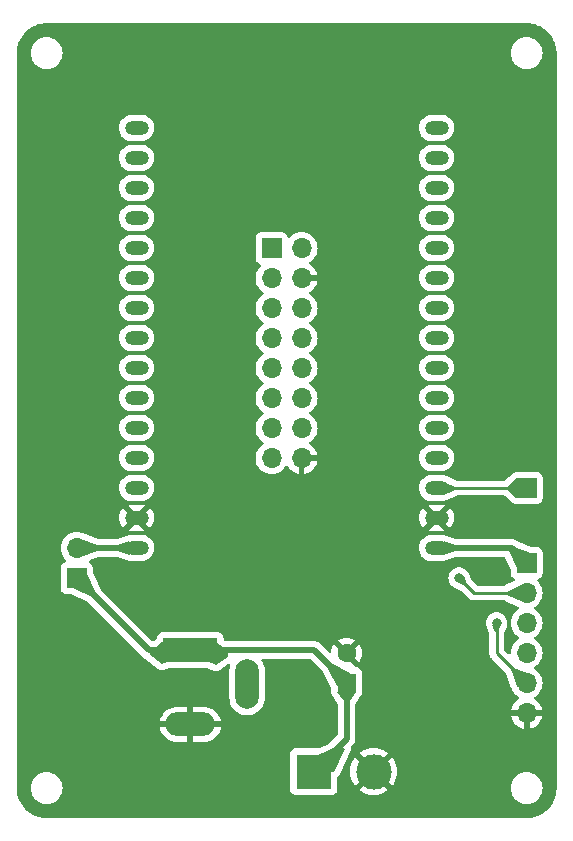
<source format=gbr>
%TF.GenerationSoftware,KiCad,Pcbnew,7.0.3*%
%TF.CreationDate,2023-06-24T17:47:24-04:00*%
%TF.ProjectId,ESP32-HUB75-Board,45535033-322d-4485-9542-37352d426f61,rev?*%
%TF.SameCoordinates,Original*%
%TF.FileFunction,Copper,L1,Top*%
%TF.FilePolarity,Positive*%
%FSLAX46Y46*%
G04 Gerber Fmt 4.6, Leading zero omitted, Abs format (unit mm)*
G04 Created by KiCad (PCBNEW 7.0.3) date 2023-06-24 17:47:24*
%MOMM*%
%LPD*%
G01*
G04 APERTURE LIST*
%TA.AperFunction,ComponentPad*%
%ADD10O,2.000000X1.200000*%
%TD*%
%TA.AperFunction,ComponentPad*%
%ADD11O,1.700000X1.700000*%
%TD*%
%TA.AperFunction,ComponentPad*%
%ADD12R,1.700000X1.700000*%
%TD*%
%TA.AperFunction,ComponentPad*%
%ADD13R,4.600000X2.000000*%
%TD*%
%TA.AperFunction,ComponentPad*%
%ADD14O,4.200000X2.000000*%
%TD*%
%TA.AperFunction,ComponentPad*%
%ADD15O,2.000000X4.200000*%
%TD*%
%TA.AperFunction,ComponentPad*%
%ADD16R,3.000000X3.000000*%
%TD*%
%TA.AperFunction,ComponentPad*%
%ADD17C,3.000000*%
%TD*%
%TA.AperFunction,ComponentPad*%
%ADD18R,1.600000X1.600000*%
%TD*%
%TA.AperFunction,ComponentPad*%
%ADD19C,1.600000*%
%TD*%
%TA.AperFunction,ViaPad*%
%ADD20C,0.800000*%
%TD*%
%TA.AperFunction,Conductor*%
%ADD21C,0.500000*%
%TD*%
%TA.AperFunction,Conductor*%
%ADD22C,0.250000*%
%TD*%
G04 APERTURE END LIST*
D10*
%TO.P,U1,1,RESET*%
%TO.N,unconnected-(U1-RESET-Pad1)*%
X111760000Y-71120000D03*
%TO.P,U1,2,GP36*%
%TO.N,unconnected-(U1-GP36-Pad2)*%
X111760000Y-73660000D03*
%TO.P,U1,3,GP39*%
%TO.N,unconnected-(U1-GP39-Pad3)*%
X111760000Y-76200000D03*
%TO.P,U1,4,GP34*%
%TO.N,unconnected-(U1-GP34-Pad4)*%
X111760000Y-78740000D03*
%TO.P,U1,5,GP35*%
%TO.N,unconnected-(U1-GP35-Pad5)*%
X111760000Y-81280000D03*
%TO.P,U1,6,GP32*%
%TO.N,/MXR1*%
X111760000Y-83820000D03*
%TO.P,U1,7,GP33*%
%TO.N,/MXB1*%
X111760000Y-86360000D03*
%TO.P,U1,8,GP25*%
%TO.N,/MXR2*%
X111760000Y-88900000D03*
%TO.P,U1,9,GP26*%
%TO.N,/MXB2*%
X111760000Y-91440000D03*
%TO.P,U1,10,GP27*%
%TO.N,/MX_A*%
X111760000Y-93980000D03*
%TO.P,U1,11,GP14*%
%TO.N,/MX_C*%
X111760000Y-96520000D03*
%TO.P,U1,12,GP12*%
%TO.N,/MX_CLK*%
X111760000Y-99060000D03*
%TO.P,U1,13,GP13*%
%TO.N,/MX_OE*%
X111760000Y-101600000D03*
%TO.P,U1,14,GND*%
%TO.N,GND*%
X111760000Y-104140000D03*
%TO.P,U1,15,VCC*%
%TO.N,VCC*%
X111760000Y-106680000D03*
%TO.P,U1,16,3V3*%
%TO.N,+3V3*%
X137160000Y-106680000D03*
%TO.P,U1,17,GND*%
%TO.N,GND*%
X137160000Y-104140000D03*
%TO.P,U1,18,GP15*%
%TO.N,Net-(U1-GP15)*%
X137160000Y-101600000D03*
%TO.P,U1,19,GP2*%
%TO.N,/MX_LAT*%
X137160000Y-99060000D03*
%TO.P,U1,20,GP4*%
%TO.N,/MX_D*%
X137160000Y-96520000D03*
%TO.P,U1,21,GP16*%
%TO.N,/MX_B*%
X137160000Y-93980000D03*
%TO.P,U1,22,GP17*%
%TO.N,/MX_E*%
X137160000Y-91440000D03*
%TO.P,U1,23,GP5*%
%TO.N,/VSPI_CS0*%
X137160000Y-88900000D03*
%TO.P,U1,24,GP18*%
%TO.N,/VSPI_SCLK*%
X137160000Y-86360000D03*
%TO.P,U1,25,GP19*%
%TO.N,/VSPI_MISO*%
X137160000Y-83820000D03*
%TO.P,U1,26,GP21*%
%TO.N,/MXG2*%
X137160000Y-81280000D03*
%TO.P,U1,27,GP3*%
%TO.N,unconnected-(U1-GP3-Pad27)*%
X137160000Y-78740000D03*
%TO.P,U1,28,GP1*%
%TO.N,unconnected-(U1-GP1-Pad28)*%
X137160000Y-76200000D03*
%TO.P,U1,29,GP22*%
%TO.N,/MXG1*%
X137160000Y-73660000D03*
%TO.P,U1,30,GP23*%
%TO.N,/VSPI_MOSI*%
X137160000Y-71120000D03*
%TD*%
D11*
%TO.P,J5,2,Pin_2*%
%TO.N,VCC*%
X106680000Y-106680000D03*
D12*
%TO.P,J5,1,Pin_1*%
%TO.N,+5V*%
X106680000Y-109220000D03*
%TD*%
D13*
%TO.P,J1,1*%
%TO.N,+5V*%
X116317000Y-115316000D03*
D14*
%TO.P,J1,2*%
%TO.N,GND*%
X116317000Y-121616000D03*
D15*
%TO.P,J1,3*%
%TO.N,unconnected-(J1-Pad3)*%
X121117000Y-118216000D03*
%TD*%
D12*
%TO.P,J4,1,Pin_1*%
%TO.N,/MXR1*%
X123185000Y-81295000D03*
D11*
%TO.P,J4,2,Pin_2*%
%TO.N,/MXG1*%
X125725000Y-81295000D03*
%TO.P,J4,3,Pin_3*%
%TO.N,/MXB1*%
X123185000Y-83835000D03*
%TO.P,J4,4,Pin_4*%
%TO.N,GND*%
X125725000Y-83835000D03*
%TO.P,J4,5,Pin_5*%
%TO.N,/MXR2*%
X123185000Y-86375000D03*
%TO.P,J4,6,Pin_6*%
%TO.N,/MXG2*%
X125725000Y-86375000D03*
%TO.P,J4,7,Pin_7*%
%TO.N,/MXB2*%
X123185000Y-88915000D03*
%TO.P,J4,8,Pin_8*%
%TO.N,/MX_E*%
X125725000Y-88915000D03*
%TO.P,J4,9,Pin_9*%
%TO.N,/MX_A*%
X123185000Y-91455000D03*
%TO.P,J4,10,Pin_10*%
%TO.N,/MX_B*%
X125725000Y-91455000D03*
%TO.P,J4,11,Pin_11*%
%TO.N,/MX_C*%
X123185000Y-93995000D03*
%TO.P,J4,12,Pin_12*%
%TO.N,/MX_D*%
X125725000Y-93995000D03*
%TO.P,J4,13,Pin_13*%
%TO.N,/MX_CLK*%
X123185000Y-96535000D03*
%TO.P,J4,14,Pin_14*%
%TO.N,/MX_LAT*%
X125725000Y-96535000D03*
%TO.P,J4,15,Pin_15*%
%TO.N,/MX_OE*%
X123185000Y-99075000D03*
%TO.P,J4,16,Pin_16*%
%TO.N,GND*%
X125725000Y-99075000D03*
%TD*%
D12*
%TO.P,TP1,1,1*%
%TO.N,Net-(U1-GP15)*%
X144780000Y-101600000D03*
%TD*%
D16*
%TO.P,J2,1,Pin_1*%
%TO.N,+5V*%
X126746000Y-125603000D03*
D17*
%TO.P,J2,2,Pin_2*%
%TO.N,GND*%
X131826000Y-125603000D03*
%TD*%
D11*
%TO.P,J3,6,Pin_6*%
%TO.N,GND*%
X144780000Y-120650000D03*
%TO.P,J3,5,Pin_5*%
%TO.N,/VSPI_MISO*%
X144780000Y-118110000D03*
%TO.P,J3,4,Pin_4*%
%TO.N,/VSPI_SCLK*%
X144780000Y-115570000D03*
%TO.P,J3,3,Pin_3*%
%TO.N,/VSPI_MOSI*%
X144780000Y-113030000D03*
%TO.P,J3,2,Pin_2*%
%TO.N,/VSPI_CS0*%
X144780000Y-110490000D03*
D12*
%TO.P,J3,1,Pin_1*%
%TO.N,+3V3*%
X144780000Y-107950000D03*
%TD*%
D18*
%TO.P,C1,1*%
%TO.N,+5V*%
X129540000Y-118070000D03*
D19*
%TO.P,C1,2*%
%TO.N,GND*%
X129540000Y-115570000D03*
%TD*%
D20*
%TO.N,/VSPI_CS0*%
X139065000Y-109220000D03*
%TO.N,/VSPI_MISO*%
X142240000Y-113030000D03*
%TD*%
D21*
%TO.N,+5V*%
X129540000Y-118070000D02*
X129540000Y-122809000D01*
X129540000Y-122809000D02*
X126746000Y-125603000D01*
X116317000Y-115316000D02*
X126786000Y-115316000D01*
X126786000Y-115316000D02*
X129540000Y-118070000D01*
X116317000Y-115316000D02*
X112776000Y-115316000D01*
X112776000Y-115316000D02*
X106680000Y-109220000D01*
D22*
%TO.N,/VSPI_CS0*%
X139065000Y-109220000D02*
X140335000Y-110490000D01*
X140335000Y-110490000D02*
X144780000Y-110490000D01*
%TO.N,/VSPI_MISO*%
X142240000Y-113030000D02*
X142240000Y-115570000D01*
X142240000Y-115570000D02*
X144780000Y-118110000D01*
%TO.N,Net-(U1-GP15)*%
X137160000Y-101600000D02*
X144780000Y-101600000D01*
D21*
%TO.N,+3V3*%
X137160000Y-106680000D02*
X143510000Y-106680000D01*
X143510000Y-106680000D02*
X144780000Y-107950000D01*
%TO.N,VCC*%
X106680000Y-106680000D02*
X111760000Y-106680000D01*
%TD*%
%TA.AperFunction,Conductor*%
%TO.N,GND*%
G36*
X144781736Y-62230598D02*
G01*
X144816351Y-62232541D01*
X144895549Y-62236989D01*
X145067691Y-62247401D01*
X145074299Y-62248161D01*
X145210416Y-62271288D01*
X145359232Y-62298561D01*
X145365198Y-62299963D01*
X145501426Y-62339209D01*
X145502624Y-62339569D01*
X145642830Y-62383259D01*
X145648092Y-62385164D01*
X145780617Y-62440058D01*
X145782227Y-62440754D01*
X145914609Y-62500334D01*
X145919147Y-62502605D01*
X146045385Y-62572374D01*
X146047451Y-62573568D01*
X146091408Y-62600141D01*
X146170934Y-62648217D01*
X146174738Y-62650711D01*
X146292726Y-62734427D01*
X146295072Y-62736176D01*
X146390416Y-62810874D01*
X146408332Y-62824910D01*
X146411409Y-62827486D01*
X146519430Y-62924018D01*
X146521957Y-62926408D01*
X146623590Y-63028041D01*
X146625980Y-63030568D01*
X146722512Y-63138589D01*
X146725088Y-63141666D01*
X146813811Y-63254912D01*
X146815571Y-63257272D01*
X146899287Y-63375260D01*
X146901781Y-63379064D01*
X146976419Y-63502528D01*
X146977624Y-63504613D01*
X147047393Y-63630851D01*
X147049668Y-63635398D01*
X147109216Y-63767707D01*
X147109959Y-63769426D01*
X147164831Y-63901899D01*
X147166744Y-63907183D01*
X147210413Y-64047322D01*
X147210798Y-64048604D01*
X147250032Y-64184789D01*
X147251440Y-64190780D01*
X147278722Y-64339655D01*
X147301835Y-64475683D01*
X147302599Y-64482330D01*
X147313013Y-64654508D01*
X147319402Y-64768263D01*
X147319500Y-64771740D01*
X147319500Y-126998259D01*
X147319402Y-127001736D01*
X147313013Y-127115490D01*
X147302599Y-127287668D01*
X147301835Y-127294315D01*
X147278722Y-127430343D01*
X147251440Y-127579218D01*
X147250032Y-127585209D01*
X147210798Y-127721394D01*
X147210413Y-127722676D01*
X147166744Y-127862815D01*
X147164831Y-127868099D01*
X147109959Y-128000572D01*
X147109216Y-128002291D01*
X147049668Y-128134600D01*
X147047393Y-128139147D01*
X146977624Y-128265385D01*
X146976419Y-128267470D01*
X146901781Y-128390934D01*
X146899287Y-128394738D01*
X146815571Y-128512726D01*
X146813811Y-128515086D01*
X146725088Y-128628332D01*
X146722512Y-128631409D01*
X146625980Y-128739430D01*
X146623590Y-128741957D01*
X146521957Y-128843590D01*
X146519430Y-128845980D01*
X146411409Y-128942512D01*
X146408332Y-128945088D01*
X146295086Y-129033811D01*
X146292726Y-129035571D01*
X146174738Y-129119287D01*
X146170934Y-129121781D01*
X146047470Y-129196419D01*
X146045385Y-129197624D01*
X145919147Y-129267393D01*
X145914600Y-129269668D01*
X145782291Y-129329216D01*
X145780572Y-129329959D01*
X145648099Y-129384831D01*
X145642815Y-129386744D01*
X145502676Y-129430413D01*
X145501394Y-129430798D01*
X145365209Y-129470032D01*
X145359218Y-129471440D01*
X145210343Y-129498722D01*
X145074315Y-129521835D01*
X145067668Y-129522599D01*
X144895490Y-129533013D01*
X144781736Y-129539402D01*
X144778259Y-129539500D01*
X104141741Y-129539500D01*
X104138264Y-129539402D01*
X104024508Y-129533013D01*
X103852330Y-129522599D01*
X103845683Y-129521835D01*
X103709655Y-129498722D01*
X103560780Y-129471440D01*
X103554789Y-129470032D01*
X103418604Y-129430798D01*
X103417322Y-129430413D01*
X103277183Y-129386744D01*
X103271899Y-129384831D01*
X103139426Y-129329959D01*
X103137707Y-129329216D01*
X103005398Y-129269668D01*
X103000851Y-129267393D01*
X102874613Y-129197624D01*
X102872528Y-129196419D01*
X102749064Y-129121781D01*
X102745260Y-129119287D01*
X102627272Y-129035571D01*
X102624912Y-129033811D01*
X102511666Y-128945088D01*
X102508589Y-128942512D01*
X102400568Y-128845980D01*
X102398041Y-128843590D01*
X102296408Y-128741957D01*
X102294018Y-128739430D01*
X102197486Y-128631409D01*
X102194910Y-128628332D01*
X102180874Y-128610416D01*
X102106176Y-128515072D01*
X102104427Y-128512726D01*
X102020711Y-128394738D01*
X102018217Y-128390934D01*
X101970141Y-128311408D01*
X101943568Y-128267451D01*
X101942374Y-128265385D01*
X101872605Y-128139147D01*
X101870330Y-128134600D01*
X101810754Y-128002227D01*
X101810058Y-128000617D01*
X101755164Y-127868092D01*
X101753259Y-127862830D01*
X101709569Y-127722624D01*
X101709200Y-127721394D01*
X101696651Y-127677834D01*
X101669963Y-127585198D01*
X101668561Y-127579232D01*
X101641288Y-127430416D01*
X101618161Y-127294299D01*
X101617401Y-127287691D01*
X101606991Y-127115584D01*
X101600596Y-127001718D01*
X101600547Y-127000000D01*
X102784341Y-127000000D01*
X102804936Y-127235403D01*
X102804938Y-127235413D01*
X102866094Y-127463655D01*
X102866096Y-127463659D01*
X102866097Y-127463663D01*
X102916030Y-127570746D01*
X102965964Y-127677828D01*
X102965965Y-127677830D01*
X103101505Y-127871402D01*
X103268597Y-128038494D01*
X103462169Y-128174034D01*
X103462171Y-128174035D01*
X103676337Y-128273903D01*
X103904592Y-128335063D01*
X104081032Y-128350499D01*
X104081033Y-128350500D01*
X104081034Y-128350500D01*
X104198967Y-128350500D01*
X104198967Y-128350499D01*
X104375408Y-128335063D01*
X104603663Y-128273903D01*
X104817829Y-128174035D01*
X105011401Y-128038495D01*
X105178495Y-127871401D01*
X105314035Y-127677830D01*
X105413903Y-127463663D01*
X105475063Y-127235408D01*
X105495659Y-127000000D01*
X105475063Y-126764592D01*
X105413903Y-126536337D01*
X105314035Y-126322171D01*
X105314034Y-126322169D01*
X105178494Y-126128597D01*
X105011402Y-125961505D01*
X104817830Y-125825965D01*
X104817828Y-125825964D01*
X104710746Y-125776031D01*
X104603663Y-125726097D01*
X104603659Y-125726096D01*
X104603655Y-125726094D01*
X104375413Y-125664938D01*
X104375403Y-125664936D01*
X104198967Y-125649500D01*
X104198966Y-125649500D01*
X104081034Y-125649500D01*
X104081033Y-125649500D01*
X103904596Y-125664936D01*
X103904586Y-125664938D01*
X103676344Y-125726094D01*
X103676335Y-125726098D01*
X103462171Y-125825964D01*
X103462169Y-125825965D01*
X103268597Y-125961505D01*
X103101506Y-126128597D01*
X103101501Y-126128604D01*
X102965967Y-126322165D01*
X102965965Y-126322169D01*
X102866098Y-126536335D01*
X102866094Y-126536344D01*
X102804938Y-126764586D01*
X102804936Y-126764596D01*
X102784341Y-126999999D01*
X102784341Y-127000000D01*
X101600547Y-127000000D01*
X101600499Y-126998294D01*
X101600499Y-121365999D01*
X113737976Y-121365999D01*
X113737978Y-121366000D01*
X114783314Y-121366000D01*
X114757507Y-121406156D01*
X114717000Y-121544111D01*
X114717000Y-121687889D01*
X114757507Y-121825844D01*
X114783314Y-121866000D01*
X113737977Y-121866000D01*
X113757916Y-121985492D01*
X113838630Y-122220603D01*
X113838635Y-122220614D01*
X113956942Y-122439228D01*
X113956948Y-122439237D01*
X114109626Y-122635397D01*
X114109635Y-122635407D01*
X114292522Y-122803767D01*
X114292521Y-122803767D01*
X114500632Y-122939732D01*
X114728282Y-123039587D01*
X114969261Y-123100612D01*
X114969269Y-123100614D01*
X115154945Y-123115999D01*
X115154961Y-123116000D01*
X116066999Y-123116000D01*
X116067000Y-122116000D01*
X116567000Y-122116000D01*
X116567000Y-123116000D01*
X117479039Y-123116000D01*
X117479054Y-123115999D01*
X117664730Y-123100614D01*
X117664738Y-123100612D01*
X117905717Y-123039587D01*
X118133367Y-122939732D01*
X118341478Y-122803767D01*
X118524364Y-122635407D01*
X118524373Y-122635397D01*
X118677051Y-122439237D01*
X118677057Y-122439228D01*
X118795364Y-122220614D01*
X118795369Y-122220603D01*
X118876083Y-121985492D01*
X118896023Y-121866000D01*
X117850686Y-121866000D01*
X117876493Y-121825844D01*
X117917000Y-121687889D01*
X117917000Y-121544111D01*
X117876493Y-121406156D01*
X117850686Y-121366000D01*
X118896022Y-121366000D01*
X118896023Y-121365999D01*
X118876083Y-121246507D01*
X118795369Y-121011396D01*
X118795364Y-121011385D01*
X118677057Y-120792771D01*
X118677051Y-120792762D01*
X118524373Y-120596602D01*
X118524364Y-120596592D01*
X118341477Y-120428232D01*
X118341478Y-120428232D01*
X118133367Y-120292267D01*
X117905717Y-120192412D01*
X117664738Y-120131387D01*
X117664730Y-120131385D01*
X117479054Y-120116000D01*
X116567000Y-120116000D01*
X116567000Y-121116000D01*
X116066999Y-121116000D01*
X116067000Y-120116000D01*
X115154945Y-120116000D01*
X114969269Y-120131385D01*
X114969261Y-120131387D01*
X114728282Y-120192412D01*
X114500632Y-120292267D01*
X114292521Y-120428232D01*
X114109635Y-120596592D01*
X114109626Y-120596602D01*
X113956948Y-120792762D01*
X113956942Y-120792771D01*
X113838635Y-121011385D01*
X113838630Y-121011396D01*
X113757916Y-121246507D01*
X113737976Y-121365999D01*
X101600499Y-121365999D01*
X101600499Y-106680000D01*
X105324341Y-106680000D01*
X105344936Y-106915403D01*
X105344938Y-106915413D01*
X105406094Y-107143655D01*
X105406096Y-107143659D01*
X105406097Y-107143663D01*
X105488909Y-107321253D01*
X105505965Y-107357830D01*
X105505967Y-107357834D01*
X105641501Y-107551395D01*
X105641506Y-107551402D01*
X105763430Y-107673326D01*
X105796915Y-107734649D01*
X105791931Y-107804341D01*
X105750059Y-107860274D01*
X105719083Y-107877189D01*
X105587669Y-107926203D01*
X105587664Y-107926206D01*
X105472455Y-108012452D01*
X105472452Y-108012455D01*
X105386206Y-108127664D01*
X105386202Y-108127671D01*
X105335908Y-108262517D01*
X105329782Y-108319500D01*
X105329501Y-108322123D01*
X105329500Y-108322135D01*
X105329500Y-110117870D01*
X105329501Y-110117876D01*
X105335908Y-110177483D01*
X105386202Y-110312328D01*
X105386206Y-110312335D01*
X105472452Y-110427544D01*
X105472455Y-110427547D01*
X105587664Y-110513793D01*
X105587671Y-110513797D01*
X105632618Y-110530560D01*
X105722517Y-110564091D01*
X105782127Y-110570500D01*
X106174675Y-110570499D01*
X106228175Y-110582634D01*
X107652438Y-111263803D01*
X107686619Y-111287987D01*
X112200270Y-115801638D01*
X112212051Y-115815270D01*
X112226388Y-115834528D01*
X112266409Y-115868111D01*
X112270397Y-115871766D01*
X112276220Y-115877589D01*
X112301242Y-115897373D01*
X112302641Y-115898512D01*
X112338850Y-115928895D01*
X112363176Y-115956405D01*
X112366888Y-115962128D01*
X112370654Y-115967934D01*
X112470995Y-116071052D01*
X113588619Y-116931747D01*
X113614339Y-116949149D01*
X113630178Y-116958502D01*
X113630181Y-116958503D01*
X113630184Y-116958505D01*
X113736153Y-117005631D01*
X113736154Y-117005631D01*
X113736156Y-117005632D01*
X113878184Y-117028649D01*
X113887137Y-117028809D01*
X113941204Y-117026880D01*
X114081230Y-116993797D01*
X114510021Y-116825106D01*
X114555417Y-116816499D01*
X117648113Y-116816499D01*
X117697536Y-116826773D01*
X118297808Y-117087648D01*
X118329705Y-117099038D01*
X118329717Y-117099041D01*
X118329716Y-117099041D01*
X118329722Y-117099043D01*
X118340355Y-117102054D01*
X118349006Y-117104505D01*
X118469153Y-117123332D01*
X118612196Y-117107831D01*
X118620871Y-117105609D01*
X118672523Y-117089386D01*
X118798742Y-117020317D01*
X119498910Y-116495191D01*
X119564352Y-116470715D01*
X119632639Y-116485505D01*
X119682089Y-116534866D01*
X119697002Y-116603125D01*
X119693516Y-116624831D01*
X119631892Y-116868175D01*
X119631890Y-116868186D01*
X119616500Y-117053922D01*
X119616500Y-119378077D01*
X119631890Y-119563813D01*
X119631892Y-119563824D01*
X119692936Y-119804881D01*
X119792826Y-120032606D01*
X119928833Y-120240782D01*
X119928836Y-120240785D01*
X120097256Y-120423738D01*
X120293491Y-120576474D01*
X120512190Y-120694828D01*
X120747386Y-120775571D01*
X120992665Y-120816500D01*
X121241335Y-120816500D01*
X121486614Y-120775571D01*
X121721810Y-120694828D01*
X121940509Y-120576474D01*
X122136744Y-120423738D01*
X122305164Y-120240785D01*
X122441173Y-120032607D01*
X122541063Y-119804881D01*
X122602108Y-119563821D01*
X122617500Y-119378067D01*
X122617500Y-117053933D01*
X122609593Y-116958505D01*
X122602109Y-116868186D01*
X122602107Y-116868175D01*
X122541063Y-116627118D01*
X122441173Y-116399393D01*
X122349007Y-116258321D01*
X122328819Y-116191432D01*
X122348000Y-116124246D01*
X122400459Y-116078096D01*
X122452816Y-116066500D01*
X126423770Y-116066500D01*
X126490809Y-116086185D01*
X126511451Y-116102819D01*
X127558975Y-117150343D01*
X127582716Y-117183608D01*
X128226922Y-118502696D01*
X128239500Y-118557112D01*
X128239500Y-118917869D01*
X128239501Y-118917876D01*
X128245908Y-118977483D01*
X128257944Y-119009753D01*
X128259719Y-119015293D01*
X128265146Y-119035437D01*
X128273392Y-119052102D01*
X128275915Y-119057935D01*
X128296204Y-119112332D01*
X128309999Y-119130759D01*
X128321872Y-119150079D01*
X128328953Y-119164390D01*
X128328955Y-119164394D01*
X128767680Y-119802538D01*
X128789439Y-119868934D01*
X128789499Y-119872788D01*
X128789500Y-122446769D01*
X128769815Y-122513808D01*
X128753181Y-122534450D01*
X128068066Y-123219564D01*
X128031697Y-123244768D01*
X127269141Y-123591385D01*
X127217829Y-123602500D01*
X125198129Y-123602500D01*
X125198123Y-123602501D01*
X125138516Y-123608908D01*
X125003671Y-123659202D01*
X125003664Y-123659206D01*
X124888455Y-123745452D01*
X124888452Y-123745455D01*
X124802206Y-123860664D01*
X124802202Y-123860671D01*
X124751908Y-123995517D01*
X124745501Y-124055116D01*
X124745500Y-124055135D01*
X124745500Y-127150870D01*
X124745501Y-127150876D01*
X124751908Y-127210483D01*
X124802202Y-127345328D01*
X124802206Y-127345335D01*
X124888452Y-127460544D01*
X124888455Y-127460547D01*
X125003664Y-127546793D01*
X125003671Y-127546797D01*
X125138517Y-127597091D01*
X125138516Y-127597091D01*
X125145444Y-127597835D01*
X125198127Y-127603500D01*
X128293872Y-127603499D01*
X128353483Y-127597091D01*
X128488331Y-127546796D01*
X128603546Y-127460546D01*
X128689796Y-127345331D01*
X128740091Y-127210483D01*
X128746500Y-127150873D01*
X128746499Y-126144181D01*
X128766183Y-126077143D01*
X128799592Y-126042455D01*
X128841510Y-126013239D01*
X128848053Y-126007125D01*
X128885541Y-125968134D01*
X128963114Y-125846956D01*
X129074003Y-125603001D01*
X129820891Y-125603001D01*
X129841300Y-125888362D01*
X129902109Y-126167895D01*
X130002091Y-126435958D01*
X130139191Y-126687038D01*
X130139196Y-126687046D01*
X130245882Y-126829561D01*
X130245883Y-126829562D01*
X131141195Y-125934250D01*
X131163340Y-125985587D01*
X131269433Y-126128094D01*
X131405530Y-126242294D01*
X131495216Y-126287335D01*
X130599436Y-127183115D01*
X130741960Y-127289807D01*
X130741961Y-127289808D01*
X130993042Y-127426908D01*
X130993041Y-127426908D01*
X131261104Y-127526890D01*
X131540637Y-127587699D01*
X131825999Y-127608109D01*
X131826001Y-127608109D01*
X132111362Y-127587699D01*
X132390895Y-127526890D01*
X132658958Y-127426908D01*
X132910047Y-127289803D01*
X133052561Y-127183116D01*
X133052562Y-127183115D01*
X132869447Y-127000000D01*
X143424341Y-127000000D01*
X143444936Y-127235403D01*
X143444938Y-127235413D01*
X143506094Y-127463655D01*
X143506096Y-127463659D01*
X143506097Y-127463663D01*
X143556030Y-127570746D01*
X143605964Y-127677828D01*
X143605965Y-127677830D01*
X143741505Y-127871402D01*
X143908597Y-128038494D01*
X144102169Y-128174034D01*
X144102171Y-128174035D01*
X144316337Y-128273903D01*
X144544592Y-128335063D01*
X144721032Y-128350499D01*
X144721033Y-128350500D01*
X144721034Y-128350500D01*
X144838967Y-128350500D01*
X144838967Y-128350499D01*
X145015408Y-128335063D01*
X145243663Y-128273903D01*
X145457829Y-128174035D01*
X145651401Y-128038495D01*
X145818495Y-127871401D01*
X145954035Y-127677830D01*
X146053903Y-127463663D01*
X146115063Y-127235408D01*
X146135659Y-127000000D01*
X146115063Y-126764592D01*
X146053903Y-126536337D01*
X145954035Y-126322171D01*
X145954034Y-126322169D01*
X145818494Y-126128597D01*
X145651402Y-125961505D01*
X145457830Y-125825965D01*
X145457828Y-125825964D01*
X145350746Y-125776031D01*
X145243663Y-125726097D01*
X145243659Y-125726096D01*
X145243655Y-125726094D01*
X145015413Y-125664938D01*
X145015403Y-125664936D01*
X144838967Y-125649500D01*
X144838966Y-125649500D01*
X144721034Y-125649500D01*
X144721033Y-125649500D01*
X144544596Y-125664936D01*
X144544586Y-125664938D01*
X144316344Y-125726094D01*
X144316335Y-125726098D01*
X144102171Y-125825964D01*
X144102169Y-125825965D01*
X143908597Y-125961505D01*
X143741506Y-126128597D01*
X143741501Y-126128604D01*
X143605967Y-126322165D01*
X143605965Y-126322169D01*
X143506098Y-126536335D01*
X143506094Y-126536344D01*
X143444938Y-126764586D01*
X143444936Y-126764596D01*
X143424341Y-126999999D01*
X143424341Y-127000000D01*
X132869447Y-127000000D01*
X132159748Y-126290300D01*
X132169409Y-126286784D01*
X132317844Y-126189157D01*
X132439764Y-126059930D01*
X132511768Y-125935215D01*
X133406115Y-126829562D01*
X133406116Y-126829561D01*
X133512803Y-126687047D01*
X133649908Y-126435958D01*
X133749890Y-126167895D01*
X133810699Y-125888362D01*
X133831108Y-125603001D01*
X133831108Y-125602998D01*
X133810699Y-125317637D01*
X133749890Y-125038104D01*
X133649908Y-124770041D01*
X133512808Y-124518961D01*
X133512807Y-124518960D01*
X133406115Y-124376436D01*
X132510803Y-125271747D01*
X132488660Y-125220413D01*
X132382567Y-125077906D01*
X132246470Y-124963706D01*
X132156782Y-124918663D01*
X133052562Y-124022883D01*
X133052561Y-124022882D01*
X132910046Y-123916196D01*
X132910038Y-123916191D01*
X132658957Y-123779091D01*
X132658958Y-123779091D01*
X132390895Y-123679109D01*
X132111362Y-123618300D01*
X131826001Y-123597891D01*
X131825999Y-123597891D01*
X131540637Y-123618300D01*
X131261104Y-123679109D01*
X130993041Y-123779091D01*
X130741961Y-123916191D01*
X130741953Y-123916196D01*
X130599437Y-124022882D01*
X130599436Y-124022883D01*
X131492252Y-124915699D01*
X131482591Y-124919216D01*
X131334156Y-125016843D01*
X131212236Y-125146070D01*
X131140231Y-125270784D01*
X130245883Y-124376436D01*
X130245882Y-124376437D01*
X130139196Y-124518953D01*
X130139191Y-124518961D01*
X130002091Y-124770041D01*
X129902109Y-125038104D01*
X129841300Y-125317637D01*
X129820891Y-125602998D01*
X129820891Y-125603001D01*
X129074003Y-125603001D01*
X129840718Y-123916228D01*
X129874562Y-123814104D01*
X129875611Y-123809263D01*
X129879047Y-123791952D01*
X129884179Y-123648164D01*
X129876839Y-123619408D01*
X129879330Y-123549586D01*
X129909303Y-123501062D01*
X130025638Y-123384727D01*
X130039267Y-123372950D01*
X130058530Y-123358610D01*
X130058532Y-123358606D01*
X130058534Y-123358606D01*
X130076663Y-123336999D01*
X130092113Y-123318585D01*
X130095767Y-123314599D01*
X130101591Y-123308776D01*
X130121400Y-123283721D01*
X130122476Y-123282401D01*
X130171302Y-123224214D01*
X130171304Y-123224209D01*
X130175274Y-123218175D01*
X130175325Y-123218208D01*
X130179372Y-123211856D01*
X130179320Y-123211824D01*
X130183111Y-123205677D01*
X130183110Y-123205676D01*
X130215226Y-123136804D01*
X130215952Y-123135305D01*
X130250040Y-123067433D01*
X130250043Y-123067417D01*
X130252509Y-123060646D01*
X130252567Y-123060667D01*
X130255043Y-123053546D01*
X130254986Y-123053527D01*
X130257255Y-123046678D01*
X130257255Y-123046676D01*
X130257257Y-123046673D01*
X130272611Y-122972304D01*
X130273003Y-122970541D01*
X130280306Y-122939732D01*
X130290500Y-122896721D01*
X130290500Y-122896720D01*
X130290501Y-122896716D01*
X130291339Y-122889548D01*
X130291398Y-122889554D01*
X130292164Y-122882054D01*
X130292105Y-122882049D01*
X130292734Y-122874859D01*
X130290526Y-122798967D01*
X130290500Y-122797164D01*
X130290500Y-119872788D01*
X130310185Y-119805749D01*
X130312319Y-119802538D01*
X130328552Y-119778926D01*
X130751043Y-119164394D01*
X130755345Y-119158035D01*
X130760108Y-119148027D01*
X130772800Y-119127018D01*
X130783796Y-119112331D01*
X130807080Y-119049900D01*
X130809179Y-119044946D01*
X130817188Y-119028124D01*
X130819247Y-119021503D01*
X130821402Y-119012703D01*
X130823522Y-119005817D01*
X130834091Y-118977483D01*
X130840500Y-118917873D01*
X130840499Y-117222128D01*
X130834091Y-117162517D01*
X130829550Y-117150343D01*
X130783797Y-117027671D01*
X130783793Y-117027664D01*
X130697547Y-116912455D01*
X130697544Y-116912452D01*
X130582335Y-116826206D01*
X130582328Y-116826202D01*
X130447482Y-116775908D01*
X130447483Y-116775908D01*
X130387883Y-116769501D01*
X130387881Y-116769500D01*
X130387873Y-116769500D01*
X130387864Y-116769500D01*
X130384548Y-116769322D01*
X130384627Y-116767847D01*
X130323215Y-116749815D01*
X130277460Y-116697011D01*
X130269969Y-116653522D01*
X129584400Y-115967953D01*
X129665148Y-115955165D01*
X129778045Y-115897641D01*
X129867641Y-115808045D01*
X129925165Y-115695148D01*
X129937953Y-115614400D01*
X130619025Y-116295472D01*
X130670136Y-116222478D01*
X130766264Y-116016331D01*
X130766269Y-116016317D01*
X130825139Y-115796610D01*
X130825141Y-115796599D01*
X130844966Y-115570002D01*
X130844966Y-115569997D01*
X130825141Y-115343400D01*
X130825139Y-115343389D01*
X130766269Y-115123682D01*
X130766265Y-115123673D01*
X130670133Y-114917516D01*
X130670131Y-114917512D01*
X130619026Y-114844526D01*
X130619025Y-114844526D01*
X129937953Y-115525598D01*
X129925165Y-115444852D01*
X129867641Y-115331955D01*
X129778045Y-115242359D01*
X129665148Y-115184835D01*
X129584400Y-115172046D01*
X130265472Y-114490974D01*
X130265471Y-114490973D01*
X130192483Y-114439866D01*
X130192481Y-114439865D01*
X129986326Y-114343734D01*
X129986317Y-114343730D01*
X129766610Y-114284860D01*
X129766599Y-114284858D01*
X129540002Y-114265034D01*
X129539998Y-114265034D01*
X129313400Y-114284858D01*
X129313389Y-114284860D01*
X129093682Y-114343730D01*
X129093673Y-114343734D01*
X128887513Y-114439868D01*
X128814527Y-114490972D01*
X128814526Y-114490973D01*
X129495600Y-115172046D01*
X129414852Y-115184835D01*
X129301955Y-115242359D01*
X129212359Y-115331955D01*
X129154835Y-115444852D01*
X129142046Y-115525599D01*
X128460973Y-114844526D01*
X128409868Y-114917513D01*
X128313734Y-115123673D01*
X128313730Y-115123682D01*
X128254860Y-115343389D01*
X128254858Y-115343399D01*
X128247456Y-115428006D01*
X128222003Y-115493075D01*
X128165412Y-115534053D01*
X128095650Y-115537931D01*
X128036247Y-115504879D01*
X127361729Y-114830361D01*
X127349949Y-114816730D01*
X127342482Y-114806701D01*
X127335612Y-114797472D01*
X127335610Y-114797470D01*
X127295587Y-114763886D01*
X127291612Y-114760244D01*
X127288690Y-114757322D01*
X127285779Y-114754410D01*
X127260736Y-114734609D01*
X127259338Y-114733470D01*
X127201214Y-114684698D01*
X127195180Y-114680729D01*
X127195212Y-114680680D01*
X127188853Y-114676628D01*
X127188822Y-114676679D01*
X127182680Y-114672891D01*
X127182678Y-114672890D01*
X127182677Y-114672889D01*
X127113872Y-114640804D01*
X127112252Y-114640019D01*
X127072512Y-114620061D01*
X127044433Y-114605960D01*
X127044431Y-114605959D01*
X127044430Y-114605959D01*
X127037645Y-114603489D01*
X127037665Y-114603433D01*
X127030549Y-114600959D01*
X127030531Y-114601015D01*
X127023674Y-114598743D01*
X126949328Y-114583391D01*
X126947569Y-114583001D01*
X126873718Y-114565499D01*
X126866547Y-114564661D01*
X126866553Y-114564601D01*
X126859055Y-114563835D01*
X126859050Y-114563895D01*
X126851860Y-114563265D01*
X126775968Y-114565474D01*
X126774165Y-114565500D01*
X119301166Y-114565500D01*
X119234127Y-114545815D01*
X119226765Y-114540699D01*
X119167098Y-114495948D01*
X119125278Y-114439977D01*
X119117499Y-114396749D01*
X119117499Y-114268129D01*
X119117498Y-114268123D01*
X119111091Y-114208516D01*
X119060797Y-114073671D01*
X119060793Y-114073664D01*
X118974547Y-113958455D01*
X118974544Y-113958452D01*
X118859335Y-113872206D01*
X118859328Y-113872202D01*
X118724482Y-113821908D01*
X118724483Y-113821908D01*
X118664883Y-113815501D01*
X118664881Y-113815500D01*
X118664873Y-113815500D01*
X118664864Y-113815500D01*
X113969129Y-113815500D01*
X113969123Y-113815501D01*
X113909516Y-113821908D01*
X113774671Y-113872202D01*
X113774664Y-113872206D01*
X113659455Y-113958452D01*
X113659452Y-113958455D01*
X113573206Y-114073664D01*
X113573202Y-114073671D01*
X113522908Y-114208516D01*
X113520648Y-114229544D01*
X113493910Y-114294095D01*
X113480182Y-114308572D01*
X113229242Y-114533784D01*
X113166201Y-114563912D01*
X113146419Y-114565500D01*
X113138229Y-114565500D01*
X113071190Y-114545815D01*
X113050548Y-114529181D01*
X108747987Y-110226619D01*
X108723803Y-110192438D01*
X108651843Y-110041977D01*
X108301636Y-109309725D01*
X108042634Y-108768174D01*
X108030499Y-108714674D01*
X108030499Y-108322129D01*
X108030498Y-108322123D01*
X108030497Y-108322116D01*
X108024091Y-108262517D01*
X107973796Y-108127669D01*
X107973795Y-108127668D01*
X107973793Y-108127664D01*
X107887547Y-108012455D01*
X107887544Y-108012452D01*
X107765231Y-107920888D01*
X107766335Y-107919412D01*
X107724680Y-107877750D01*
X107709833Y-107809476D01*
X107734254Y-107744014D01*
X107788519Y-107702784D01*
X108466080Y-107438951D01*
X108511074Y-107430500D01*
X110047664Y-107430500D01*
X110084769Y-107436181D01*
X110987286Y-107719224D01*
X111003140Y-107723170D01*
X111011185Y-107725769D01*
X111048543Y-107740725D01*
X111254914Y-107780500D01*
X111254915Y-107780500D01*
X112212419Y-107780500D01*
X112212425Y-107780500D01*
X112369218Y-107765528D01*
X112570875Y-107706316D01*
X112757682Y-107610011D01*
X112922886Y-107480092D01*
X113060519Y-107321256D01*
X113165604Y-107139244D01*
X113234344Y-106940633D01*
X113264254Y-106732602D01*
X113259243Y-106627401D01*
X135655746Y-106627401D01*
X135665745Y-106837327D01*
X135715296Y-107041578D01*
X135715298Y-107041582D01*
X135802598Y-107232743D01*
X135802601Y-107232748D01*
X135802602Y-107232750D01*
X135802604Y-107232753D01*
X135865627Y-107321256D01*
X135924515Y-107403953D01*
X135924520Y-107403959D01*
X136076620Y-107548985D01*
X136171578Y-107610011D01*
X136253428Y-107662613D01*
X136448543Y-107740725D01*
X136551728Y-107760612D01*
X136654914Y-107780500D01*
X136654915Y-107780500D01*
X137612419Y-107780500D01*
X137612425Y-107780500D01*
X137769218Y-107765528D01*
X137932676Y-107717531D01*
X137940190Y-107715826D01*
X137947158Y-107714694D01*
X138835233Y-107436181D01*
X138872339Y-107430500D01*
X142854344Y-107430500D01*
X142921383Y-107450185D01*
X142966271Y-107501131D01*
X143072632Y-107724195D01*
X143375250Y-108358857D01*
X143417427Y-108447311D01*
X143429500Y-108500680D01*
X143429500Y-108847869D01*
X143429501Y-108847876D01*
X143435908Y-108907483D01*
X143486202Y-109042328D01*
X143486206Y-109042335D01*
X143572452Y-109157544D01*
X143572455Y-109157547D01*
X143687664Y-109243793D01*
X143687673Y-109243798D01*
X143729403Y-109259362D01*
X143785337Y-109301232D01*
X143809755Y-109366696D01*
X143794904Y-109434969D01*
X143745499Y-109484375D01*
X143739758Y-109487319D01*
X142979935Y-109852275D01*
X142926248Y-109864500D01*
X140645453Y-109864500D01*
X140578414Y-109844815D01*
X140557772Y-109828181D01*
X140163656Y-109434065D01*
X140138316Y-109397397D01*
X140101561Y-109315965D01*
X139978057Y-109042335D01*
X139899951Y-108869286D01*
X139899936Y-108869255D01*
X139898555Y-108866531D01*
X139894877Y-108857626D01*
X139894821Y-108857652D01*
X139892180Y-108851721D01*
X139892179Y-108851716D01*
X139883729Y-108837080D01*
X139882133Y-108834133D01*
X139879316Y-108828576D01*
X139878126Y-108826690D01*
X139875256Y-108822403D01*
X139813058Y-108714674D01*
X139797533Y-108687784D01*
X139670871Y-108547112D01*
X139606963Y-108500680D01*
X139517734Y-108435851D01*
X139517729Y-108435848D01*
X139344807Y-108358857D01*
X139344802Y-108358855D01*
X139199000Y-108327865D01*
X139159646Y-108319500D01*
X138970354Y-108319500D01*
X138937897Y-108326398D01*
X138785197Y-108358855D01*
X138785192Y-108358857D01*
X138612270Y-108435848D01*
X138612265Y-108435851D01*
X138459129Y-108547111D01*
X138332466Y-108687785D01*
X138237821Y-108851715D01*
X138237818Y-108851722D01*
X138179327Y-109031740D01*
X138179326Y-109031744D01*
X138159540Y-109220000D01*
X138179326Y-109408256D01*
X138179327Y-109408259D01*
X138237818Y-109588277D01*
X138237821Y-109588284D01*
X138332467Y-109752216D01*
X138415844Y-109844815D01*
X138459129Y-109892888D01*
X138612265Y-110004148D01*
X138612267Y-110004149D01*
X138612270Y-110004151D01*
X138655013Y-110023181D01*
X138677757Y-110033308D01*
X138693898Y-110041977D01*
X138714272Y-110054943D01*
X138714280Y-110054948D01*
X139242399Y-110293318D01*
X139279066Y-110318657D01*
X139834197Y-110873788D01*
X139844022Y-110886051D01*
X139844243Y-110885869D01*
X139849211Y-110891874D01*
X139898932Y-110938566D01*
X139900332Y-110939923D01*
X139920523Y-110960115D01*
X139920527Y-110960118D01*
X139920529Y-110960120D01*
X139926011Y-110964373D01*
X139930443Y-110968157D01*
X139964418Y-111000062D01*
X139981976Y-111009714D01*
X139998235Y-111020395D01*
X140014064Y-111032673D01*
X140056838Y-111051182D01*
X140062056Y-111053738D01*
X140102908Y-111076197D01*
X140122316Y-111081180D01*
X140140717Y-111087480D01*
X140159104Y-111095437D01*
X140202488Y-111102308D01*
X140205119Y-111102725D01*
X140210839Y-111103909D01*
X140255981Y-111115500D01*
X140276016Y-111115500D01*
X140295414Y-111117026D01*
X140315194Y-111120159D01*
X140315195Y-111120160D01*
X140315195Y-111120159D01*
X140315196Y-111120160D01*
X140361583Y-111115775D01*
X140367422Y-111115500D01*
X142926251Y-111115500D01*
X142979938Y-111127725D01*
X144071385Y-111651963D01*
X144123292Y-111698731D01*
X144141674Y-111766140D01*
X144120694Y-111832785D01*
X144088821Y-111865312D01*
X143908594Y-111991508D01*
X143741505Y-112158597D01*
X143605965Y-112352169D01*
X143605964Y-112352171D01*
X143506098Y-112566335D01*
X143506094Y-112566344D01*
X143444938Y-112794586D01*
X143444936Y-112794596D01*
X143424341Y-113029999D01*
X143424341Y-113030000D01*
X143444936Y-113265403D01*
X143444938Y-113265413D01*
X143506094Y-113493655D01*
X143506096Y-113493659D01*
X143506097Y-113493663D01*
X143605965Y-113707829D01*
X143605965Y-113707830D01*
X143605967Y-113707834D01*
X143741501Y-113901395D01*
X143741506Y-113901402D01*
X143908597Y-114068493D01*
X143908603Y-114068498D01*
X144094158Y-114198425D01*
X144137783Y-114253002D01*
X144144977Y-114322500D01*
X144113454Y-114384855D01*
X144094158Y-114401575D01*
X143908597Y-114531505D01*
X143741505Y-114698597D01*
X143605965Y-114892169D01*
X143605964Y-114892171D01*
X143506098Y-115106335D01*
X143506094Y-115106344D01*
X143444938Y-115334586D01*
X143444936Y-115334596D01*
X143424341Y-115569999D01*
X143424341Y-115570388D01*
X143424292Y-115570553D01*
X143423869Y-115575394D01*
X143422896Y-115575308D01*
X143404656Y-115637427D01*
X143351852Y-115683182D01*
X143282694Y-115693126D01*
X143219138Y-115664101D01*
X143212660Y-115658069D01*
X142901819Y-115347228D01*
X142868334Y-115285905D01*
X142865500Y-115259547D01*
X142865500Y-113958235D01*
X142873511Y-113914389D01*
X143078390Y-113372410D01*
X143078391Y-113372406D01*
X143078394Y-113372399D01*
X143092580Y-113329054D01*
X143093016Y-113325674D01*
X143098066Y-113303221D01*
X143110355Y-113265403D01*
X143125674Y-113218256D01*
X143145460Y-113030000D01*
X143125674Y-112841744D01*
X143067179Y-112661716D01*
X142972533Y-112497784D01*
X142845871Y-112357112D01*
X142845870Y-112357111D01*
X142692734Y-112245851D01*
X142692729Y-112245848D01*
X142519807Y-112168857D01*
X142519802Y-112168855D01*
X142374001Y-112137865D01*
X142334646Y-112129500D01*
X142145354Y-112129500D01*
X142112897Y-112136398D01*
X141960197Y-112168855D01*
X141960192Y-112168857D01*
X141787270Y-112245848D01*
X141787265Y-112245851D01*
X141634129Y-112357111D01*
X141507466Y-112497785D01*
X141412821Y-112661715D01*
X141412818Y-112661722D01*
X141369645Y-112794596D01*
X141354326Y-112841744D01*
X141334539Y-113029999D01*
X141334540Y-113030000D01*
X141354326Y-113218256D01*
X141354328Y-113218262D01*
X141394621Y-113342274D01*
X141396181Y-113347989D01*
X141401602Y-113372390D01*
X141401604Y-113372398D01*
X141401605Y-113372400D01*
X141590542Y-113872206D01*
X141606489Y-113914390D01*
X141614500Y-113958236D01*
X141614500Y-115487255D01*
X141612775Y-115502872D01*
X141613061Y-115502899D01*
X141612326Y-115510666D01*
X141614469Y-115578846D01*
X141614500Y-115580793D01*
X141614500Y-115609343D01*
X141614501Y-115609360D01*
X141615368Y-115616231D01*
X141615826Y-115622050D01*
X141617290Y-115668624D01*
X141617291Y-115668627D01*
X141622880Y-115687867D01*
X141626824Y-115706911D01*
X141629336Y-115726791D01*
X141646490Y-115770119D01*
X141648382Y-115775647D01*
X141661381Y-115820388D01*
X141671580Y-115837634D01*
X141680138Y-115855103D01*
X141687514Y-115873732D01*
X141714898Y-115911423D01*
X141718106Y-115916307D01*
X141741827Y-115956416D01*
X141741833Y-115956424D01*
X141755990Y-115970580D01*
X141768628Y-115985376D01*
X141780405Y-116001586D01*
X141780406Y-116001587D01*
X141816309Y-116031288D01*
X141820620Y-116035210D01*
X142726984Y-116941575D01*
X143026903Y-117241494D01*
X143056222Y-117288101D01*
X143500675Y-118554119D01*
X143502063Y-118558609D01*
X143506097Y-118573663D01*
X143506099Y-118573667D01*
X143510624Y-118583373D01*
X143512925Y-118589017D01*
X143514761Y-118594245D01*
X143517085Y-118600592D01*
X143518510Y-118604328D01*
X143518516Y-118604342D01*
X143546906Y-118665997D01*
X143550231Y-118671589D01*
X143550002Y-118671725D01*
X143558278Y-118685567D01*
X143605964Y-118787829D01*
X143605965Y-118787831D01*
X143697016Y-118917864D01*
X143738759Y-118977480D01*
X143741501Y-118981395D01*
X143741506Y-118981402D01*
X143908597Y-119148493D01*
X143908603Y-119148498D01*
X144094594Y-119278730D01*
X144138219Y-119333307D01*
X144145413Y-119402805D01*
X144113890Y-119465160D01*
X144094595Y-119481880D01*
X143908922Y-119611890D01*
X143908920Y-119611891D01*
X143741891Y-119778920D01*
X143741886Y-119778926D01*
X143606400Y-119972420D01*
X143606399Y-119972422D01*
X143506570Y-120186507D01*
X143506567Y-120186513D01*
X143449364Y-120399999D01*
X143449364Y-120400000D01*
X144346314Y-120400000D01*
X144320507Y-120440156D01*
X144280000Y-120578111D01*
X144280000Y-120721889D01*
X144320507Y-120859844D01*
X144346314Y-120900000D01*
X143449364Y-120900000D01*
X143506567Y-121113486D01*
X143506570Y-121113492D01*
X143606399Y-121327578D01*
X143741894Y-121521082D01*
X143908917Y-121688105D01*
X144102421Y-121823600D01*
X144316507Y-121923429D01*
X144316516Y-121923433D01*
X144530000Y-121980634D01*
X144530000Y-121085501D01*
X144637685Y-121134680D01*
X144744237Y-121150000D01*
X144815763Y-121150000D01*
X144922315Y-121134680D01*
X145030000Y-121085501D01*
X145030000Y-121980633D01*
X145243483Y-121923433D01*
X145243492Y-121923429D01*
X145457578Y-121823600D01*
X145651082Y-121688105D01*
X145818105Y-121521082D01*
X145953600Y-121327578D01*
X146053429Y-121113492D01*
X146053432Y-121113486D01*
X146110636Y-120900000D01*
X145213686Y-120900000D01*
X145239493Y-120859844D01*
X145280000Y-120721889D01*
X145280000Y-120578111D01*
X145239493Y-120440156D01*
X145213686Y-120400000D01*
X146110636Y-120400000D01*
X146110635Y-120399999D01*
X146053432Y-120186513D01*
X146053429Y-120186507D01*
X145953600Y-119972422D01*
X145953599Y-119972420D01*
X145818113Y-119778926D01*
X145818108Y-119778920D01*
X145651078Y-119611890D01*
X145465405Y-119481879D01*
X145421780Y-119427302D01*
X145414588Y-119357804D01*
X145446110Y-119295449D01*
X145465406Y-119278730D01*
X145628663Y-119164416D01*
X145651401Y-119148495D01*
X145818495Y-118981401D01*
X145954035Y-118787830D01*
X146053903Y-118573663D01*
X146115063Y-118345408D01*
X146135659Y-118110000D01*
X146115063Y-117874592D01*
X146053903Y-117646337D01*
X145954035Y-117432171D01*
X145818495Y-117238599D01*
X145818494Y-117238597D01*
X145651402Y-117071506D01*
X145651396Y-117071501D01*
X145465842Y-116941575D01*
X145422217Y-116886998D01*
X145415023Y-116817500D01*
X145446546Y-116755145D01*
X145465842Y-116738425D01*
X145524987Y-116697011D01*
X145651401Y-116608495D01*
X145818495Y-116441401D01*
X145954035Y-116247830D01*
X146053903Y-116033663D01*
X146115063Y-115805408D01*
X146135659Y-115570000D01*
X146115063Y-115334592D01*
X146053903Y-115106337D01*
X145954035Y-114892171D01*
X145910756Y-114830361D01*
X145818494Y-114698597D01*
X145651402Y-114531506D01*
X145651396Y-114531501D01*
X145465842Y-114401575D01*
X145422217Y-114346998D01*
X145415023Y-114277500D01*
X145446546Y-114215145D01*
X145465842Y-114198425D01*
X145488026Y-114182891D01*
X145651401Y-114068495D01*
X145818495Y-113901401D01*
X145954035Y-113707830D01*
X146053903Y-113493663D01*
X146115063Y-113265408D01*
X146135659Y-113030000D01*
X146115063Y-112794592D01*
X146053903Y-112566337D01*
X145954035Y-112352171D01*
X145879590Y-112245851D01*
X145818494Y-112158597D01*
X145651402Y-111991506D01*
X145651396Y-111991501D01*
X145465842Y-111861575D01*
X145422217Y-111806998D01*
X145415023Y-111737500D01*
X145446546Y-111675145D01*
X145465842Y-111658425D01*
X145488026Y-111642891D01*
X145651401Y-111528495D01*
X145818495Y-111361401D01*
X145954035Y-111167830D01*
X146053903Y-110953663D01*
X146115063Y-110725408D01*
X146135659Y-110490000D01*
X146115063Y-110254592D01*
X146053903Y-110026337D01*
X145954035Y-109812171D01*
X145912054Y-109752216D01*
X145818496Y-109618600D01*
X145788173Y-109588277D01*
X145696567Y-109496671D01*
X145663084Y-109435351D01*
X145668068Y-109365659D01*
X145709939Y-109309725D01*
X145740915Y-109292810D01*
X145872331Y-109243796D01*
X145987546Y-109157546D01*
X146073796Y-109042331D01*
X146124091Y-108907483D01*
X146130500Y-108847873D01*
X146130499Y-107052128D01*
X146124091Y-106992517D01*
X146095331Y-106915408D01*
X146073797Y-106857671D01*
X146073793Y-106857664D01*
X145987547Y-106742455D01*
X145987544Y-106742452D01*
X145872335Y-106656206D01*
X145872328Y-106656202D01*
X145737482Y-106605908D01*
X145737483Y-106605908D01*
X145677883Y-106599501D01*
X145677881Y-106599500D01*
X145677873Y-106599500D01*
X145677865Y-106599500D01*
X145213327Y-106599500D01*
X145170784Y-106591973D01*
X144119598Y-106208015D01*
X144063381Y-106166525D01*
X144062678Y-106165590D01*
X144059614Y-106161474D01*
X144059611Y-106161471D01*
X144059610Y-106161470D01*
X144019587Y-106127886D01*
X144015612Y-106124244D01*
X144012690Y-106121322D01*
X144009779Y-106118410D01*
X143984736Y-106098609D01*
X143983338Y-106097470D01*
X143925214Y-106048698D01*
X143919180Y-106044729D01*
X143919212Y-106044680D01*
X143912853Y-106040628D01*
X143912822Y-106040679D01*
X143906680Y-106036891D01*
X143906678Y-106036890D01*
X143906677Y-106036889D01*
X143837872Y-106004804D01*
X143836252Y-106004019D01*
X143796512Y-105984061D01*
X143768433Y-105969960D01*
X143768431Y-105969959D01*
X143768430Y-105969959D01*
X143761645Y-105967489D01*
X143761665Y-105967433D01*
X143754549Y-105964959D01*
X143754531Y-105965015D01*
X143747674Y-105962743D01*
X143673328Y-105947391D01*
X143671569Y-105947001D01*
X143597718Y-105929499D01*
X143590547Y-105928661D01*
X143590553Y-105928601D01*
X143583055Y-105927835D01*
X143583050Y-105927895D01*
X143575860Y-105927265D01*
X143499968Y-105929474D01*
X143498165Y-105929500D01*
X138872337Y-105929500D01*
X138835231Y-105923818D01*
X137932704Y-105640772D01*
X137919974Y-105637603D01*
X137916865Y-105636829D01*
X137908799Y-105634224D01*
X137892245Y-105627597D01*
X137871458Y-105619275D01*
X137871455Y-105619274D01*
X137665086Y-105579500D01*
X137665085Y-105579500D01*
X136707575Y-105579500D01*
X136550781Y-105594472D01*
X136550782Y-105594472D01*
X136550778Y-105594473D01*
X136349127Y-105653683D01*
X136162313Y-105749991D01*
X135997116Y-105879905D01*
X135997112Y-105879909D01*
X135859478Y-106038746D01*
X135754398Y-106220750D01*
X135685656Y-106419365D01*
X135685656Y-106419367D01*
X135660840Y-106591973D01*
X135655746Y-106627401D01*
X113259243Y-106627401D01*
X113254254Y-106522670D01*
X113204704Y-106318424D01*
X113204701Y-106318417D01*
X113117401Y-106127256D01*
X113117398Y-106127251D01*
X113117397Y-106127250D01*
X113117396Y-106127247D01*
X112995486Y-105956048D01*
X112995484Y-105956046D01*
X112995479Y-105956040D01*
X112843379Y-105811014D01*
X112666574Y-105697388D01*
X112471455Y-105619274D01*
X112265086Y-105579500D01*
X112265085Y-105579500D01*
X111307575Y-105579500D01*
X111150781Y-105594472D01*
X111150782Y-105594472D01*
X111150776Y-105594473D01*
X110987339Y-105642463D01*
X110979812Y-105644172D01*
X110972843Y-105645305D01*
X110084767Y-105923818D01*
X110047661Y-105929500D01*
X108511076Y-105929500D01*
X108466083Y-105921049D01*
X107199382Y-105427811D01*
X107199367Y-105427806D01*
X107199362Y-105427804D01*
X107189634Y-105424544D01*
X107170171Y-105418021D01*
X107163665Y-105415424D01*
X107143661Y-105406096D01*
X106915413Y-105344938D01*
X106915403Y-105344936D01*
X106680001Y-105324341D01*
X106679999Y-105324341D01*
X106444596Y-105344936D01*
X106444586Y-105344938D01*
X106216344Y-105406094D01*
X106216335Y-105406098D01*
X106002171Y-105505964D01*
X106002169Y-105505965D01*
X105808597Y-105641505D01*
X105641505Y-105808597D01*
X105505965Y-106002169D01*
X105505964Y-106002171D01*
X105406098Y-106216335D01*
X105406094Y-106216344D01*
X105344938Y-106444586D01*
X105344936Y-106444596D01*
X105324341Y-106679999D01*
X105324341Y-106680000D01*
X101600499Y-106680000D01*
X101600499Y-104087421D01*
X110256247Y-104087421D01*
X110266242Y-104297255D01*
X110315770Y-104501409D01*
X110403040Y-104692507D01*
X110524886Y-104863614D01*
X110524895Y-104863624D01*
X110605738Y-104940707D01*
X111276922Y-104269523D01*
X111300507Y-104349844D01*
X111378239Y-104470798D01*
X111486900Y-104564952D01*
X111617685Y-104624680D01*
X111627466Y-104626086D01*
X111052560Y-105200990D01*
X111254962Y-105240000D01*
X112212398Y-105240000D01*
X112369122Y-105225034D01*
X112369129Y-105225033D01*
X112463709Y-105197262D01*
X112463709Y-105197261D01*
X111892533Y-104626086D01*
X111902315Y-104624680D01*
X112033100Y-104564952D01*
X112141761Y-104470798D01*
X112219493Y-104349844D01*
X112243076Y-104269523D01*
X112917356Y-104943803D01*
X112922539Y-104939729D01*
X113060105Y-104780969D01*
X113060114Y-104780958D01*
X113165144Y-104599039D01*
X113165147Y-104599032D01*
X113233854Y-104400518D01*
X113233855Y-104400516D01*
X113263752Y-104192578D01*
X113258743Y-104087421D01*
X135656247Y-104087421D01*
X135666242Y-104297255D01*
X135715770Y-104501409D01*
X135803040Y-104692507D01*
X135924886Y-104863614D01*
X135924895Y-104863624D01*
X136005738Y-104940707D01*
X136676922Y-104269523D01*
X136700507Y-104349844D01*
X136778239Y-104470798D01*
X136886900Y-104564952D01*
X137017685Y-104624680D01*
X137027466Y-104626086D01*
X136452560Y-105200990D01*
X136654962Y-105240000D01*
X137612398Y-105240000D01*
X137769122Y-105225034D01*
X137769129Y-105225033D01*
X137863709Y-105197262D01*
X137863709Y-105197261D01*
X137292533Y-104626086D01*
X137302315Y-104624680D01*
X137433100Y-104564952D01*
X137541761Y-104470798D01*
X137619493Y-104349844D01*
X137643076Y-104269523D01*
X138317356Y-104943803D01*
X138322539Y-104939729D01*
X138460105Y-104780969D01*
X138460114Y-104780958D01*
X138565144Y-104599039D01*
X138565147Y-104599032D01*
X138633854Y-104400518D01*
X138633855Y-104400516D01*
X138663752Y-104192578D01*
X138653757Y-103982744D01*
X138604229Y-103778590D01*
X138516959Y-103587492D01*
X138395110Y-103416380D01*
X138395099Y-103416368D01*
X138314261Y-103339290D01*
X138314261Y-103339291D01*
X137643076Y-104010475D01*
X137619493Y-103930156D01*
X137541761Y-103809202D01*
X137433100Y-103715048D01*
X137302315Y-103655320D01*
X137292533Y-103653913D01*
X137867438Y-103079007D01*
X137665038Y-103040000D01*
X136707602Y-103040000D01*
X136550875Y-103054965D01*
X136456290Y-103082737D01*
X137027466Y-103653913D01*
X137017685Y-103655320D01*
X136886900Y-103715048D01*
X136778239Y-103809202D01*
X136700507Y-103930156D01*
X136676923Y-104010475D01*
X136002642Y-103336195D01*
X136002641Y-103336194D01*
X135997460Y-103340270D01*
X135997459Y-103340270D01*
X135859894Y-103499030D01*
X135859885Y-103499041D01*
X135754855Y-103680960D01*
X135754852Y-103680967D01*
X135686145Y-103879481D01*
X135686144Y-103879483D01*
X135656248Y-104087419D01*
X135656247Y-104087421D01*
X113258743Y-104087421D01*
X113253757Y-103982744D01*
X113204229Y-103778590D01*
X113116959Y-103587492D01*
X112995110Y-103416380D01*
X112995099Y-103416368D01*
X112914261Y-103339290D01*
X112914261Y-103339291D01*
X112243076Y-104010475D01*
X112219493Y-103930156D01*
X112141761Y-103809202D01*
X112033100Y-103715048D01*
X111902315Y-103655320D01*
X111892533Y-103653913D01*
X112467438Y-103079007D01*
X112265038Y-103040000D01*
X111307602Y-103040000D01*
X111150875Y-103054965D01*
X111056290Y-103082737D01*
X111627466Y-103653913D01*
X111617685Y-103655320D01*
X111486900Y-103715048D01*
X111378239Y-103809202D01*
X111300507Y-103930156D01*
X111276923Y-104010475D01*
X110602642Y-103336195D01*
X110602641Y-103336194D01*
X110597460Y-103340270D01*
X110597459Y-103340270D01*
X110459894Y-103499030D01*
X110459885Y-103499041D01*
X110354855Y-103680960D01*
X110354852Y-103680967D01*
X110286145Y-103879481D01*
X110286144Y-103879483D01*
X110256248Y-104087419D01*
X110256247Y-104087421D01*
X101600499Y-104087421D01*
X101600499Y-101547401D01*
X110255746Y-101547401D01*
X110265745Y-101757327D01*
X110315296Y-101961578D01*
X110315298Y-101961582D01*
X110402598Y-102152743D01*
X110402601Y-102152748D01*
X110402602Y-102152750D01*
X110402604Y-102152753D01*
X110524514Y-102323952D01*
X110524515Y-102323953D01*
X110524520Y-102323959D01*
X110676620Y-102468985D01*
X110771578Y-102530011D01*
X110853428Y-102582613D01*
X111048543Y-102660725D01*
X111151729Y-102680612D01*
X111254914Y-102700500D01*
X111254915Y-102700500D01*
X112212419Y-102700500D01*
X112212425Y-102700500D01*
X112369218Y-102685528D01*
X112570875Y-102626316D01*
X112757682Y-102530011D01*
X112922886Y-102400092D01*
X113060519Y-102241256D01*
X113165604Y-102059244D01*
X113234344Y-101860633D01*
X113264254Y-101652602D01*
X113259243Y-101547401D01*
X135655746Y-101547401D01*
X135665745Y-101757327D01*
X135715296Y-101961578D01*
X135715298Y-101961582D01*
X135802598Y-102152743D01*
X135802601Y-102152748D01*
X135802602Y-102152750D01*
X135802604Y-102152753D01*
X135924514Y-102323952D01*
X135924515Y-102323953D01*
X135924520Y-102323959D01*
X136076620Y-102468985D01*
X136171578Y-102530011D01*
X136253428Y-102582613D01*
X136448543Y-102660725D01*
X136551728Y-102680612D01*
X136654914Y-102700500D01*
X136654915Y-102700500D01*
X137612419Y-102700500D01*
X137612425Y-102700500D01*
X137769218Y-102685528D01*
X137970875Y-102626316D01*
X137977950Y-102622668D01*
X137996863Y-102615227D01*
X137996809Y-102615075D01*
X138000954Y-102613583D01*
X138000974Y-102613578D01*
X138833635Y-102245185D01*
X138854163Y-102236103D01*
X138904333Y-102225500D01*
X142842140Y-102225500D01*
X142909179Y-102245185D01*
X142922609Y-102255157D01*
X143593721Y-102827577D01*
X143593756Y-102827606D01*
X143609950Y-102840503D01*
X143620322Y-102848764D01*
X143638302Y-102858496D01*
X143653572Y-102868271D01*
X143687665Y-102893793D01*
X143687669Y-102893796D01*
X143734549Y-102911281D01*
X143742406Y-102914851D01*
X143746841Y-102917252D01*
X143746844Y-102917253D01*
X143746853Y-102917258D01*
X143754439Y-102920056D01*
X143765257Y-102923005D01*
X143770590Y-102924723D01*
X143822517Y-102944091D01*
X143882127Y-102950500D01*
X145677872Y-102950499D01*
X145737483Y-102944091D01*
X145872331Y-102893796D01*
X145987546Y-102807546D01*
X146073796Y-102692331D01*
X146124091Y-102557483D01*
X146130500Y-102497873D01*
X146130499Y-100702128D01*
X146124091Y-100642517D01*
X146114718Y-100617388D01*
X146073797Y-100507671D01*
X146073793Y-100507664D01*
X145987547Y-100392455D01*
X145987544Y-100392452D01*
X145872335Y-100306206D01*
X145872328Y-100306202D01*
X145737482Y-100255908D01*
X145737483Y-100255908D01*
X145677883Y-100249501D01*
X145677881Y-100249500D01*
X145677873Y-100249500D01*
X145677865Y-100249500D01*
X143924654Y-100249500D01*
X143917543Y-100249091D01*
X143917294Y-100249062D01*
X143916255Y-100248942D01*
X143907414Y-100249188D01*
X143907410Y-100249076D01*
X143902442Y-100249500D01*
X143882141Y-100249500D01*
X143882128Y-100249501D01*
X143822516Y-100255908D01*
X143781499Y-100271207D01*
X143774716Y-100273304D01*
X143774483Y-100273361D01*
X143765972Y-100276119D01*
X143765957Y-100276124D01*
X143765950Y-100276127D01*
X143739607Y-100286253D01*
X143714539Y-100295889D01*
X143709879Y-100297920D01*
X143687670Y-100306203D01*
X143687667Y-100306204D01*
X143630887Y-100348710D01*
X143626843Y-100351495D01*
X143593740Y-100372406D01*
X143593734Y-100372411D01*
X142922608Y-100944843D01*
X142858828Y-100973372D01*
X142842139Y-100974500D01*
X138904336Y-100974500D01*
X138854166Y-100963897D01*
X138000978Y-100586422D01*
X138000965Y-100586417D01*
X137923574Y-100560048D01*
X137920538Y-100558923D01*
X137907031Y-100553516D01*
X137871459Y-100539275D01*
X137871455Y-100539274D01*
X137665086Y-100499500D01*
X137665085Y-100499500D01*
X136707575Y-100499500D01*
X136550781Y-100514472D01*
X136550782Y-100514472D01*
X136550778Y-100514473D01*
X136349127Y-100573683D01*
X136162313Y-100669991D01*
X135997116Y-100799905D01*
X135997112Y-100799909D01*
X135859478Y-100958746D01*
X135754398Y-101140750D01*
X135685656Y-101339365D01*
X135685656Y-101339367D01*
X135670804Y-101442670D01*
X135655746Y-101547401D01*
X113259243Y-101547401D01*
X113254254Y-101442670D01*
X113204704Y-101238424D01*
X113204701Y-101238417D01*
X113117401Y-101047256D01*
X113117398Y-101047251D01*
X113117397Y-101047250D01*
X113117396Y-101047247D01*
X112995486Y-100876048D01*
X112995484Y-100876046D01*
X112995479Y-100876040D01*
X112843379Y-100731014D01*
X112666574Y-100617388D01*
X112471455Y-100539274D01*
X112265086Y-100499500D01*
X112265085Y-100499500D01*
X111307575Y-100499500D01*
X111150781Y-100514472D01*
X111150782Y-100514472D01*
X111150778Y-100514473D01*
X110949127Y-100573683D01*
X110762313Y-100669991D01*
X110597116Y-100799905D01*
X110597112Y-100799909D01*
X110459478Y-100958746D01*
X110354398Y-101140750D01*
X110285656Y-101339365D01*
X110285656Y-101339367D01*
X110270804Y-101442670D01*
X110255746Y-101547401D01*
X101600499Y-101547401D01*
X101600499Y-99007401D01*
X110255746Y-99007401D01*
X110265745Y-99217327D01*
X110315296Y-99421578D01*
X110315298Y-99421582D01*
X110402598Y-99612743D01*
X110402601Y-99612748D01*
X110402602Y-99612750D01*
X110402604Y-99612753D01*
X110507747Y-99760406D01*
X110524515Y-99783953D01*
X110524520Y-99783959D01*
X110676620Y-99928985D01*
X110771578Y-99990011D01*
X110853428Y-100042613D01*
X111048543Y-100120725D01*
X111151729Y-100140612D01*
X111254914Y-100160500D01*
X111254915Y-100160500D01*
X112212419Y-100160500D01*
X112212425Y-100160500D01*
X112369218Y-100145528D01*
X112570875Y-100086316D01*
X112757682Y-99990011D01*
X112922886Y-99860092D01*
X113060519Y-99701256D01*
X113165604Y-99519244D01*
X113234344Y-99320633D01*
X113264254Y-99112602D01*
X113262463Y-99075000D01*
X121829341Y-99075000D01*
X121849936Y-99310403D01*
X121849938Y-99310413D01*
X121911094Y-99538655D01*
X121911096Y-99538659D01*
X121911097Y-99538663D01*
X121994155Y-99716781D01*
X122010965Y-99752830D01*
X122010967Y-99752834D01*
X122086072Y-99860094D01*
X122146505Y-99946401D01*
X122313599Y-100113495D01*
X122359347Y-100145528D01*
X122507165Y-100249032D01*
X122507167Y-100249033D01*
X122507170Y-100249035D01*
X122721337Y-100348903D01*
X122721343Y-100348904D01*
X122721344Y-100348905D01*
X122776285Y-100363626D01*
X122949592Y-100410063D01*
X123137918Y-100426539D01*
X123184999Y-100430659D01*
X123185000Y-100430659D01*
X123185001Y-100430659D01*
X123224234Y-100427226D01*
X123420408Y-100410063D01*
X123648663Y-100348903D01*
X123862830Y-100249035D01*
X124056401Y-100113495D01*
X124223495Y-99946401D01*
X124353730Y-99760405D01*
X124408307Y-99716781D01*
X124477805Y-99709587D01*
X124540160Y-99741110D01*
X124556879Y-99760405D01*
X124686890Y-99946078D01*
X124853917Y-100113105D01*
X125047421Y-100248600D01*
X125261507Y-100348429D01*
X125261516Y-100348433D01*
X125474998Y-100405635D01*
X125474999Y-100405634D01*
X125474999Y-99510501D01*
X125582685Y-99559680D01*
X125689237Y-99575000D01*
X125760763Y-99575000D01*
X125867315Y-99559680D01*
X125975000Y-99510501D01*
X125975000Y-100405633D01*
X126188483Y-100348433D01*
X126188492Y-100348429D01*
X126402578Y-100248600D01*
X126596082Y-100113105D01*
X126763105Y-99946082D01*
X126898600Y-99752578D01*
X126998429Y-99538492D01*
X126998432Y-99538486D01*
X127055636Y-99325000D01*
X126158686Y-99325000D01*
X126184493Y-99284844D01*
X126225000Y-99146889D01*
X126225000Y-99007401D01*
X135655746Y-99007401D01*
X135665745Y-99217327D01*
X135715296Y-99421578D01*
X135715298Y-99421582D01*
X135802598Y-99612743D01*
X135802601Y-99612748D01*
X135802602Y-99612750D01*
X135802604Y-99612753D01*
X135907747Y-99760406D01*
X135924515Y-99783953D01*
X135924520Y-99783959D01*
X136076620Y-99928985D01*
X136171578Y-99990011D01*
X136253428Y-100042613D01*
X136448543Y-100120725D01*
X136551729Y-100140612D01*
X136654914Y-100160500D01*
X136654915Y-100160500D01*
X137612419Y-100160500D01*
X137612425Y-100160500D01*
X137769218Y-100145528D01*
X137970875Y-100086316D01*
X138157682Y-99990011D01*
X138322886Y-99860092D01*
X138460519Y-99701256D01*
X138565604Y-99519244D01*
X138634344Y-99320633D01*
X138664254Y-99112602D01*
X138654254Y-98902670D01*
X138604704Y-98698424D01*
X138604701Y-98698417D01*
X138517401Y-98507256D01*
X138517398Y-98507251D01*
X138517397Y-98507250D01*
X138517396Y-98507247D01*
X138395486Y-98336048D01*
X138395484Y-98336046D01*
X138395479Y-98336040D01*
X138243379Y-98191014D01*
X138066574Y-98077388D01*
X137871455Y-97999274D01*
X137665086Y-97959500D01*
X137665085Y-97959500D01*
X136707575Y-97959500D01*
X136550781Y-97974472D01*
X136550782Y-97974472D01*
X136550778Y-97974473D01*
X136349127Y-98033683D01*
X136162313Y-98129991D01*
X135997116Y-98259905D01*
X135997112Y-98259909D01*
X135859478Y-98418746D01*
X135754398Y-98600750D01*
X135685656Y-98799365D01*
X135685656Y-98799367D01*
X135656363Y-99003111D01*
X135655746Y-99007401D01*
X126225000Y-99007401D01*
X126225000Y-99003111D01*
X126184493Y-98865156D01*
X126158686Y-98825000D01*
X127055636Y-98825000D01*
X127055635Y-98824999D01*
X126998432Y-98611513D01*
X126998429Y-98611507D01*
X126898600Y-98397422D01*
X126898599Y-98397420D01*
X126763113Y-98203926D01*
X126763108Y-98203920D01*
X126596078Y-98036890D01*
X126410405Y-97906879D01*
X126366780Y-97852302D01*
X126359588Y-97782804D01*
X126391110Y-97720449D01*
X126410406Y-97703730D01*
X126410843Y-97703424D01*
X126596401Y-97573495D01*
X126763495Y-97406401D01*
X126899035Y-97212830D01*
X126998903Y-96998663D01*
X127060063Y-96770408D01*
X127080659Y-96535000D01*
X127074745Y-96467401D01*
X135655746Y-96467401D01*
X135665745Y-96677327D01*
X135715296Y-96881578D01*
X135715298Y-96881582D01*
X135802598Y-97072743D01*
X135802601Y-97072748D01*
X135802602Y-97072750D01*
X135802604Y-97072753D01*
X135924514Y-97243952D01*
X135924515Y-97243953D01*
X135924520Y-97243959D01*
X136076620Y-97388985D01*
X136171578Y-97450011D01*
X136253428Y-97502613D01*
X136448543Y-97580725D01*
X136551728Y-97600612D01*
X136654914Y-97620500D01*
X136654915Y-97620500D01*
X137612419Y-97620500D01*
X137612425Y-97620500D01*
X137769218Y-97605528D01*
X137970875Y-97546316D01*
X138157682Y-97450011D01*
X138322886Y-97320092D01*
X138460519Y-97161256D01*
X138565604Y-96979244D01*
X138634344Y-96780633D01*
X138664254Y-96572602D01*
X138654254Y-96362670D01*
X138604704Y-96158424D01*
X138564932Y-96071335D01*
X138517401Y-95967256D01*
X138517398Y-95967251D01*
X138517397Y-95967250D01*
X138517396Y-95967247D01*
X138395486Y-95796048D01*
X138395484Y-95796046D01*
X138395479Y-95796040D01*
X138243379Y-95651014D01*
X138066574Y-95537388D01*
X137871455Y-95459274D01*
X137665086Y-95419500D01*
X137665085Y-95419500D01*
X136707575Y-95419500D01*
X136550781Y-95434472D01*
X136550782Y-95434472D01*
X136550778Y-95434473D01*
X136349127Y-95493683D01*
X136162313Y-95589991D01*
X135997116Y-95719905D01*
X135997112Y-95719909D01*
X135859478Y-95878746D01*
X135754398Y-96060750D01*
X135685656Y-96259365D01*
X135685656Y-96259367D01*
X135670804Y-96362670D01*
X135655746Y-96467401D01*
X127074745Y-96467401D01*
X127060063Y-96299592D01*
X126998903Y-96071337D01*
X126899035Y-95857171D01*
X126893425Y-95849158D01*
X126763494Y-95663597D01*
X126596402Y-95496506D01*
X126596396Y-95496501D01*
X126410842Y-95366575D01*
X126367217Y-95311998D01*
X126360023Y-95242500D01*
X126391546Y-95180145D01*
X126410842Y-95163425D01*
X126550653Y-95065528D01*
X126596401Y-95033495D01*
X126763495Y-94866401D01*
X126899035Y-94672830D01*
X126998903Y-94458663D01*
X127060063Y-94230408D01*
X127080659Y-93995000D01*
X127074745Y-93927401D01*
X135655746Y-93927401D01*
X135665745Y-94137327D01*
X135715296Y-94341578D01*
X135715298Y-94341582D01*
X135802598Y-94532743D01*
X135802601Y-94532748D01*
X135802602Y-94532750D01*
X135802604Y-94532753D01*
X135924514Y-94703952D01*
X135924515Y-94703953D01*
X135924520Y-94703959D01*
X136076620Y-94848985D01*
X136171578Y-94910011D01*
X136253428Y-94962613D01*
X136448543Y-95040725D01*
X136551729Y-95060612D01*
X136654914Y-95080500D01*
X136654915Y-95080500D01*
X137612419Y-95080500D01*
X137612425Y-95080500D01*
X137769218Y-95065528D01*
X137970875Y-95006316D01*
X138157682Y-94910011D01*
X138322886Y-94780092D01*
X138460519Y-94621256D01*
X138565604Y-94439244D01*
X138634344Y-94240633D01*
X138664254Y-94032602D01*
X138654254Y-93822670D01*
X138604704Y-93618424D01*
X138564932Y-93531335D01*
X138517401Y-93427256D01*
X138517398Y-93427251D01*
X138517397Y-93427250D01*
X138517396Y-93427247D01*
X138395486Y-93256048D01*
X138395484Y-93256046D01*
X138395479Y-93256040D01*
X138243379Y-93111014D01*
X138066574Y-92997388D01*
X137871455Y-92919274D01*
X137665086Y-92879500D01*
X137665085Y-92879500D01*
X136707575Y-92879500D01*
X136550781Y-92894472D01*
X136550782Y-92894472D01*
X136550778Y-92894473D01*
X136349127Y-92953683D01*
X136162313Y-93049991D01*
X135997116Y-93179905D01*
X135997112Y-93179909D01*
X135859478Y-93338746D01*
X135754398Y-93520750D01*
X135685656Y-93719365D01*
X135685656Y-93719367D01*
X135670804Y-93822670D01*
X135655746Y-93927401D01*
X127074745Y-93927401D01*
X127060063Y-93759592D01*
X126998903Y-93531337D01*
X126899035Y-93317171D01*
X126893425Y-93309158D01*
X126763494Y-93123597D01*
X126596402Y-92956506D01*
X126596396Y-92956501D01*
X126410842Y-92826575D01*
X126367217Y-92771998D01*
X126360023Y-92702500D01*
X126391546Y-92640145D01*
X126410842Y-92623425D01*
X126550653Y-92525528D01*
X126596401Y-92493495D01*
X126763495Y-92326401D01*
X126899035Y-92132830D01*
X126998903Y-91918663D01*
X127060063Y-91690408D01*
X127080659Y-91455000D01*
X127074745Y-91387401D01*
X135655746Y-91387401D01*
X135665745Y-91597327D01*
X135715296Y-91801578D01*
X135715298Y-91801582D01*
X135802598Y-91992743D01*
X135802601Y-91992748D01*
X135802602Y-91992750D01*
X135802604Y-91992753D01*
X135924514Y-92163952D01*
X135924515Y-92163953D01*
X135924520Y-92163959D01*
X136076620Y-92308985D01*
X136171578Y-92370011D01*
X136253428Y-92422613D01*
X136448543Y-92500725D01*
X136551728Y-92520612D01*
X136654914Y-92540500D01*
X136654915Y-92540500D01*
X137612419Y-92540500D01*
X137612425Y-92540500D01*
X137769218Y-92525528D01*
X137970875Y-92466316D01*
X138157682Y-92370011D01*
X138322886Y-92240092D01*
X138460519Y-92081256D01*
X138565604Y-91899244D01*
X138634344Y-91700633D01*
X138664254Y-91492602D01*
X138654254Y-91282670D01*
X138604704Y-91078424D01*
X138564932Y-90991335D01*
X138517401Y-90887256D01*
X138517398Y-90887251D01*
X138517397Y-90887250D01*
X138517396Y-90887247D01*
X138395486Y-90716048D01*
X138395484Y-90716046D01*
X138395479Y-90716040D01*
X138243379Y-90571014D01*
X138066574Y-90457388D01*
X137871455Y-90379274D01*
X137665086Y-90339500D01*
X137665085Y-90339500D01*
X136707575Y-90339500D01*
X136550782Y-90354472D01*
X136550778Y-90354473D01*
X136349127Y-90413683D01*
X136162313Y-90509991D01*
X135997116Y-90639905D01*
X135997112Y-90639909D01*
X135859478Y-90798746D01*
X135754398Y-90980750D01*
X135685656Y-91179365D01*
X135685656Y-91179367D01*
X135670804Y-91282670D01*
X135655746Y-91387401D01*
X127074745Y-91387401D01*
X127060063Y-91219592D01*
X126998903Y-90991337D01*
X126899035Y-90777171D01*
X126893425Y-90769158D01*
X126763494Y-90583597D01*
X126596402Y-90416506D01*
X126596396Y-90416501D01*
X126410842Y-90286575D01*
X126367217Y-90231998D01*
X126360023Y-90162500D01*
X126391546Y-90100145D01*
X126410842Y-90083425D01*
X126550653Y-89985528D01*
X126596401Y-89953495D01*
X126763495Y-89786401D01*
X126899035Y-89592830D01*
X126998903Y-89378663D01*
X127060063Y-89150408D01*
X127080659Y-88915000D01*
X127074745Y-88847401D01*
X135655746Y-88847401D01*
X135665745Y-89057327D01*
X135715296Y-89261578D01*
X135715298Y-89261582D01*
X135802598Y-89452743D01*
X135802601Y-89452748D01*
X135802602Y-89452750D01*
X135802604Y-89452753D01*
X135924514Y-89623952D01*
X135924515Y-89623953D01*
X135924520Y-89623959D01*
X136076620Y-89768985D01*
X136171578Y-89830011D01*
X136253428Y-89882613D01*
X136448543Y-89960725D01*
X136551729Y-89980612D01*
X136654914Y-90000500D01*
X136654915Y-90000500D01*
X137612419Y-90000500D01*
X137612425Y-90000500D01*
X137769218Y-89985528D01*
X137970875Y-89926316D01*
X138157682Y-89830011D01*
X138322886Y-89700092D01*
X138460519Y-89541256D01*
X138565604Y-89359244D01*
X138634344Y-89160633D01*
X138664254Y-88952602D01*
X138654254Y-88742670D01*
X138604704Y-88538424D01*
X138564932Y-88451335D01*
X138517401Y-88347256D01*
X138517398Y-88347251D01*
X138517397Y-88347250D01*
X138517396Y-88347247D01*
X138395486Y-88176048D01*
X138395484Y-88176046D01*
X138395479Y-88176040D01*
X138243379Y-88031014D01*
X138066574Y-87917388D01*
X137871455Y-87839274D01*
X137665086Y-87799500D01*
X137665085Y-87799500D01*
X136707575Y-87799500D01*
X136550781Y-87814472D01*
X136550782Y-87814472D01*
X136550778Y-87814473D01*
X136349127Y-87873683D01*
X136162313Y-87969991D01*
X135997116Y-88099905D01*
X135997112Y-88099909D01*
X135859478Y-88258746D01*
X135754398Y-88440750D01*
X135685656Y-88639365D01*
X135685656Y-88639367D01*
X135670804Y-88742670D01*
X135655746Y-88847401D01*
X127074745Y-88847401D01*
X127060063Y-88679592D01*
X126998903Y-88451337D01*
X126899035Y-88237171D01*
X126893425Y-88229158D01*
X126763494Y-88043597D01*
X126596402Y-87876506D01*
X126596396Y-87876501D01*
X126410842Y-87746575D01*
X126367217Y-87691998D01*
X126360023Y-87622500D01*
X126391546Y-87560145D01*
X126410842Y-87543425D01*
X126550653Y-87445528D01*
X126596401Y-87413495D01*
X126763495Y-87246401D01*
X126899035Y-87052830D01*
X126998903Y-86838663D01*
X127060063Y-86610408D01*
X127080659Y-86375000D01*
X127074745Y-86307401D01*
X135655746Y-86307401D01*
X135665745Y-86517327D01*
X135715296Y-86721578D01*
X135715298Y-86721582D01*
X135802598Y-86912743D01*
X135802601Y-86912748D01*
X135802602Y-86912750D01*
X135802604Y-86912753D01*
X135924514Y-87083952D01*
X135924515Y-87083953D01*
X135924520Y-87083959D01*
X136076620Y-87228985D01*
X136171578Y-87290011D01*
X136253428Y-87342613D01*
X136448543Y-87420725D01*
X136551728Y-87440612D01*
X136654914Y-87460500D01*
X136654915Y-87460500D01*
X137612419Y-87460500D01*
X137612425Y-87460500D01*
X137769218Y-87445528D01*
X137970875Y-87386316D01*
X138157682Y-87290011D01*
X138322886Y-87160092D01*
X138460519Y-87001256D01*
X138565604Y-86819244D01*
X138634344Y-86620633D01*
X138664254Y-86412602D01*
X138654254Y-86202670D01*
X138604704Y-85998424D01*
X138564932Y-85911335D01*
X138517401Y-85807256D01*
X138517398Y-85807251D01*
X138517397Y-85807250D01*
X138517396Y-85807247D01*
X138395486Y-85636048D01*
X138395484Y-85636046D01*
X138395479Y-85636040D01*
X138243379Y-85491014D01*
X138066574Y-85377388D01*
X137871455Y-85299274D01*
X137665086Y-85259500D01*
X137665085Y-85259500D01*
X136707575Y-85259500D01*
X136550781Y-85274472D01*
X136550782Y-85274472D01*
X136550778Y-85274473D01*
X136349127Y-85333683D01*
X136162313Y-85429991D01*
X135997116Y-85559905D01*
X135997112Y-85559909D01*
X135859478Y-85718746D01*
X135754398Y-85900750D01*
X135685656Y-86099365D01*
X135685656Y-86099367D01*
X135670804Y-86202670D01*
X135655746Y-86307401D01*
X127074745Y-86307401D01*
X127060063Y-86139592D01*
X126998903Y-85911337D01*
X126899035Y-85697171D01*
X126893425Y-85689158D01*
X126763494Y-85503597D01*
X126596402Y-85336506D01*
X126596401Y-85336505D01*
X126410405Y-85206269D01*
X126366781Y-85151692D01*
X126359588Y-85082193D01*
X126391110Y-85019839D01*
X126410405Y-85003119D01*
X126596082Y-84873105D01*
X126763105Y-84706082D01*
X126898600Y-84512578D01*
X126998429Y-84298492D01*
X126998432Y-84298486D01*
X127055636Y-84085000D01*
X126158686Y-84085000D01*
X126184493Y-84044844D01*
X126225000Y-83906889D01*
X126225000Y-83767401D01*
X135655746Y-83767401D01*
X135665745Y-83977327D01*
X135715296Y-84181578D01*
X135715298Y-84181582D01*
X135802598Y-84372743D01*
X135802601Y-84372748D01*
X135802602Y-84372750D01*
X135802604Y-84372753D01*
X135907747Y-84520406D01*
X135924515Y-84543953D01*
X135924520Y-84543959D01*
X136076620Y-84688985D01*
X136171578Y-84750011D01*
X136253428Y-84802613D01*
X136448543Y-84880725D01*
X136551729Y-84900612D01*
X136654914Y-84920500D01*
X136654915Y-84920500D01*
X137612419Y-84920500D01*
X137612425Y-84920500D01*
X137769218Y-84905528D01*
X137970875Y-84846316D01*
X138157682Y-84750011D01*
X138322886Y-84620092D01*
X138460519Y-84461256D01*
X138565604Y-84279244D01*
X138634344Y-84080633D01*
X138664254Y-83872602D01*
X138654254Y-83662670D01*
X138604704Y-83458424D01*
X138604701Y-83458417D01*
X138517401Y-83267256D01*
X138517398Y-83267251D01*
X138517397Y-83267250D01*
X138517396Y-83267247D01*
X138395486Y-83096048D01*
X138395484Y-83096046D01*
X138395479Y-83096040D01*
X138243379Y-82951014D01*
X138066574Y-82837388D01*
X137871455Y-82759274D01*
X137665086Y-82719500D01*
X137665085Y-82719500D01*
X136707575Y-82719500D01*
X136550781Y-82734472D01*
X136550782Y-82734472D01*
X136550778Y-82734473D01*
X136349127Y-82793683D01*
X136162313Y-82889991D01*
X135997116Y-83019905D01*
X135997112Y-83019909D01*
X135859478Y-83178746D01*
X135754398Y-83360750D01*
X135685656Y-83559365D01*
X135685656Y-83559367D01*
X135656363Y-83763111D01*
X135655746Y-83767401D01*
X126225000Y-83767401D01*
X126225000Y-83763111D01*
X126184493Y-83625156D01*
X126158686Y-83585000D01*
X127055636Y-83585000D01*
X127055635Y-83584999D01*
X126998432Y-83371513D01*
X126998429Y-83371507D01*
X126898600Y-83157422D01*
X126898599Y-83157420D01*
X126763113Y-82963926D01*
X126763108Y-82963920D01*
X126596078Y-82796890D01*
X126410405Y-82666879D01*
X126366780Y-82612302D01*
X126359588Y-82542804D01*
X126391110Y-82480449D01*
X126410406Y-82463730D01*
X126596401Y-82333495D01*
X126763495Y-82166401D01*
X126899035Y-81972830D01*
X126998903Y-81758663D01*
X127060063Y-81530408D01*
X127080659Y-81295000D01*
X127074745Y-81227401D01*
X135655746Y-81227401D01*
X135665745Y-81437327D01*
X135715296Y-81641578D01*
X135715298Y-81641582D01*
X135802598Y-81832743D01*
X135802601Y-81832748D01*
X135802602Y-81832750D01*
X135802604Y-81832753D01*
X135902355Y-81972834D01*
X135924515Y-82003953D01*
X135924520Y-82003959D01*
X136076620Y-82148985D01*
X136171578Y-82210011D01*
X136253428Y-82262613D01*
X136448543Y-82340725D01*
X136551728Y-82360612D01*
X136654914Y-82380500D01*
X136654915Y-82380500D01*
X137612419Y-82380500D01*
X137612425Y-82380500D01*
X137769218Y-82365528D01*
X137970875Y-82306316D01*
X138157682Y-82210011D01*
X138322886Y-82080092D01*
X138460519Y-81921256D01*
X138565604Y-81739244D01*
X138634344Y-81540633D01*
X138664254Y-81332602D01*
X138654254Y-81122670D01*
X138604704Y-80918424D01*
X138564932Y-80831335D01*
X138517401Y-80727256D01*
X138517398Y-80727251D01*
X138517397Y-80727250D01*
X138517396Y-80727247D01*
X138395486Y-80556048D01*
X138395484Y-80556046D01*
X138395479Y-80556040D01*
X138243379Y-80411014D01*
X138066574Y-80297388D01*
X137871455Y-80219274D01*
X137665086Y-80179500D01*
X137665085Y-80179500D01*
X136707575Y-80179500D01*
X136550782Y-80194472D01*
X136550778Y-80194473D01*
X136349127Y-80253683D01*
X136162313Y-80349991D01*
X135997116Y-80479905D01*
X135997112Y-80479909D01*
X135859478Y-80638746D01*
X135754398Y-80820750D01*
X135685656Y-81019365D01*
X135685656Y-81019367D01*
X135670804Y-81122670D01*
X135655746Y-81227401D01*
X127074745Y-81227401D01*
X127060063Y-81059592D01*
X126998903Y-80831337D01*
X126899035Y-80617171D01*
X126856237Y-80556048D01*
X126763494Y-80423597D01*
X126596402Y-80256506D01*
X126596395Y-80256501D01*
X126402834Y-80120967D01*
X126402830Y-80120965D01*
X126402828Y-80120964D01*
X126188663Y-80021097D01*
X126188659Y-80021096D01*
X126188655Y-80021094D01*
X125960413Y-79959938D01*
X125960403Y-79959936D01*
X125725001Y-79939341D01*
X125724999Y-79939341D01*
X125489596Y-79959936D01*
X125489586Y-79959938D01*
X125261344Y-80021094D01*
X125261335Y-80021098D01*
X125047171Y-80120964D01*
X125047169Y-80120965D01*
X124853600Y-80256503D01*
X124731673Y-80378430D01*
X124670350Y-80411914D01*
X124600658Y-80406930D01*
X124544725Y-80365058D01*
X124527810Y-80334081D01*
X124478797Y-80202671D01*
X124478793Y-80202664D01*
X124392547Y-80087455D01*
X124392544Y-80087452D01*
X124277335Y-80001206D01*
X124277328Y-80001202D01*
X124142482Y-79950908D01*
X124142483Y-79950908D01*
X124082883Y-79944501D01*
X124082881Y-79944500D01*
X124082873Y-79944500D01*
X124082864Y-79944500D01*
X122287129Y-79944500D01*
X122287123Y-79944501D01*
X122227516Y-79950908D01*
X122092671Y-80001202D01*
X122092664Y-80001206D01*
X121977455Y-80087452D01*
X121977452Y-80087455D01*
X121891206Y-80202664D01*
X121891202Y-80202671D01*
X121840908Y-80337517D01*
X121834501Y-80397116D01*
X121834500Y-80397135D01*
X121834500Y-82192870D01*
X121834501Y-82192876D01*
X121840908Y-82252483D01*
X121891202Y-82387328D01*
X121891206Y-82387335D01*
X121977452Y-82502544D01*
X121977455Y-82502547D01*
X122092664Y-82588793D01*
X122092671Y-82588797D01*
X122224081Y-82637810D01*
X122280015Y-82679681D01*
X122304432Y-82745145D01*
X122289580Y-82813418D01*
X122268430Y-82841673D01*
X122146503Y-82963600D01*
X122010965Y-83157169D01*
X122010964Y-83157171D01*
X121911098Y-83371335D01*
X121911094Y-83371344D01*
X121849938Y-83599586D01*
X121849936Y-83599596D01*
X121829341Y-83834999D01*
X121829341Y-83835000D01*
X121849936Y-84070403D01*
X121849938Y-84070413D01*
X121911094Y-84298655D01*
X121911096Y-84298659D01*
X121911097Y-84298663D01*
X121994155Y-84476781D01*
X122010965Y-84512830D01*
X122010967Y-84512834D01*
X122086072Y-84620094D01*
X122146501Y-84706396D01*
X122146506Y-84706402D01*
X122313597Y-84873493D01*
X122313603Y-84873498D01*
X122499158Y-85003425D01*
X122542783Y-85058002D01*
X122549977Y-85127500D01*
X122518454Y-85189855D01*
X122499158Y-85206575D01*
X122313597Y-85336505D01*
X122146505Y-85503597D01*
X122010965Y-85697169D01*
X122010964Y-85697171D01*
X121911098Y-85911335D01*
X121911094Y-85911344D01*
X121849938Y-86139586D01*
X121849936Y-86139596D01*
X121829341Y-86374999D01*
X121829341Y-86375000D01*
X121849936Y-86610403D01*
X121849938Y-86610413D01*
X121911094Y-86838655D01*
X121911096Y-86838659D01*
X121911097Y-86838663D01*
X121945644Y-86912748D01*
X122010965Y-87052830D01*
X122010967Y-87052834D01*
X122086072Y-87160094D01*
X122146501Y-87246396D01*
X122146506Y-87246402D01*
X122313597Y-87413493D01*
X122313603Y-87413498D01*
X122499158Y-87543425D01*
X122542783Y-87598002D01*
X122549977Y-87667500D01*
X122518454Y-87729855D01*
X122499158Y-87746575D01*
X122313597Y-87876505D01*
X122146505Y-88043597D01*
X122010965Y-88237169D01*
X122010964Y-88237171D01*
X121911098Y-88451335D01*
X121911094Y-88451344D01*
X121849938Y-88679586D01*
X121849936Y-88679596D01*
X121829341Y-88914999D01*
X121829341Y-88915000D01*
X121849936Y-89150403D01*
X121849938Y-89150413D01*
X121911094Y-89378655D01*
X121911096Y-89378659D01*
X121911097Y-89378663D01*
X121945644Y-89452748D01*
X122010965Y-89592830D01*
X122010967Y-89592834D01*
X122086072Y-89700094D01*
X122146501Y-89786396D01*
X122146506Y-89786402D01*
X122313597Y-89953493D01*
X122313603Y-89953498D01*
X122499158Y-90083425D01*
X122542783Y-90138002D01*
X122549977Y-90207500D01*
X122518454Y-90269855D01*
X122499158Y-90286575D01*
X122313597Y-90416505D01*
X122146505Y-90583597D01*
X122010965Y-90777169D01*
X122010964Y-90777171D01*
X121911098Y-90991335D01*
X121911094Y-90991344D01*
X121849938Y-91219586D01*
X121849936Y-91219596D01*
X121829341Y-91454999D01*
X121829341Y-91455000D01*
X121849936Y-91690403D01*
X121849938Y-91690413D01*
X121911094Y-91918655D01*
X121911096Y-91918659D01*
X121911097Y-91918663D01*
X121945644Y-91992748D01*
X122010965Y-92132830D01*
X122010967Y-92132834D01*
X122086072Y-92240094D01*
X122146501Y-92326396D01*
X122146506Y-92326402D01*
X122313597Y-92493493D01*
X122313603Y-92493498D01*
X122499158Y-92623425D01*
X122542783Y-92678002D01*
X122549977Y-92747500D01*
X122518454Y-92809855D01*
X122499158Y-92826575D01*
X122313597Y-92956505D01*
X122146505Y-93123597D01*
X122010965Y-93317169D01*
X122010964Y-93317171D01*
X121911098Y-93531335D01*
X121911094Y-93531344D01*
X121849938Y-93759586D01*
X121849936Y-93759596D01*
X121829341Y-93994999D01*
X121829341Y-93995000D01*
X121849936Y-94230403D01*
X121849938Y-94230413D01*
X121911094Y-94458655D01*
X121911096Y-94458659D01*
X121911097Y-94458663D01*
X121945644Y-94532748D01*
X122010965Y-94672830D01*
X122010967Y-94672834D01*
X122086072Y-94780094D01*
X122146501Y-94866396D01*
X122146506Y-94866402D01*
X122313597Y-95033493D01*
X122313603Y-95033498D01*
X122499158Y-95163425D01*
X122542783Y-95218002D01*
X122549977Y-95287500D01*
X122518454Y-95349855D01*
X122499158Y-95366575D01*
X122313597Y-95496505D01*
X122146505Y-95663597D01*
X122010965Y-95857169D01*
X122010964Y-95857171D01*
X121911098Y-96071335D01*
X121911094Y-96071344D01*
X121849938Y-96299586D01*
X121849936Y-96299596D01*
X121829341Y-96534999D01*
X121829341Y-96535000D01*
X121849936Y-96770403D01*
X121849938Y-96770413D01*
X121911094Y-96998655D01*
X121911096Y-96998659D01*
X121911097Y-96998663D01*
X121945644Y-97072748D01*
X122010965Y-97212830D01*
X122010967Y-97212834D01*
X122086072Y-97320094D01*
X122146501Y-97406396D01*
X122146506Y-97406402D01*
X122313597Y-97573493D01*
X122313603Y-97573498D01*
X122499158Y-97703425D01*
X122542783Y-97758002D01*
X122549977Y-97827500D01*
X122518454Y-97889855D01*
X122499158Y-97906575D01*
X122313597Y-98036505D01*
X122146505Y-98203597D01*
X122010965Y-98397169D01*
X122010964Y-98397171D01*
X121911098Y-98611335D01*
X121911094Y-98611344D01*
X121849938Y-98839586D01*
X121849936Y-98839596D01*
X121829341Y-99074999D01*
X121829341Y-99075000D01*
X113262463Y-99075000D01*
X113254254Y-98902670D01*
X113204704Y-98698424D01*
X113204701Y-98698417D01*
X113117401Y-98507256D01*
X113117398Y-98507251D01*
X113117397Y-98507250D01*
X113117396Y-98507247D01*
X112995486Y-98336048D01*
X112995484Y-98336046D01*
X112995479Y-98336040D01*
X112843379Y-98191014D01*
X112666574Y-98077388D01*
X112471455Y-97999274D01*
X112265086Y-97959500D01*
X112265085Y-97959500D01*
X111307575Y-97959500D01*
X111150781Y-97974472D01*
X111150782Y-97974472D01*
X111150778Y-97974473D01*
X110949127Y-98033683D01*
X110762313Y-98129991D01*
X110597116Y-98259905D01*
X110597112Y-98259909D01*
X110459478Y-98418746D01*
X110354398Y-98600750D01*
X110285656Y-98799365D01*
X110285656Y-98799367D01*
X110256363Y-99003111D01*
X110255746Y-99007401D01*
X101600499Y-99007401D01*
X101600499Y-96467401D01*
X110255746Y-96467401D01*
X110265745Y-96677327D01*
X110315296Y-96881578D01*
X110315298Y-96881582D01*
X110402598Y-97072743D01*
X110402601Y-97072748D01*
X110402602Y-97072750D01*
X110402604Y-97072753D01*
X110524514Y-97243952D01*
X110524515Y-97243953D01*
X110524520Y-97243959D01*
X110676620Y-97388985D01*
X110771578Y-97450011D01*
X110853428Y-97502613D01*
X111048543Y-97580725D01*
X111151729Y-97600612D01*
X111254914Y-97620500D01*
X111254915Y-97620500D01*
X112212419Y-97620500D01*
X112212425Y-97620500D01*
X112369218Y-97605528D01*
X112570875Y-97546316D01*
X112757682Y-97450011D01*
X112922886Y-97320092D01*
X113060519Y-97161256D01*
X113165604Y-96979244D01*
X113234344Y-96780633D01*
X113264254Y-96572602D01*
X113254254Y-96362670D01*
X113204704Y-96158424D01*
X113164932Y-96071335D01*
X113117401Y-95967256D01*
X113117398Y-95967251D01*
X113117397Y-95967250D01*
X113117396Y-95967247D01*
X112995486Y-95796048D01*
X112995484Y-95796046D01*
X112995479Y-95796040D01*
X112843379Y-95651014D01*
X112666574Y-95537388D01*
X112471455Y-95459274D01*
X112265086Y-95419500D01*
X112265085Y-95419500D01*
X111307575Y-95419500D01*
X111150781Y-95434472D01*
X111150782Y-95434472D01*
X111150778Y-95434473D01*
X110949127Y-95493683D01*
X110762313Y-95589991D01*
X110597116Y-95719905D01*
X110597112Y-95719909D01*
X110459478Y-95878746D01*
X110354398Y-96060750D01*
X110285656Y-96259365D01*
X110285656Y-96259367D01*
X110270804Y-96362670D01*
X110255746Y-96467401D01*
X101600499Y-96467401D01*
X101600499Y-93927401D01*
X110255746Y-93927401D01*
X110265745Y-94137327D01*
X110315296Y-94341578D01*
X110315298Y-94341582D01*
X110402598Y-94532743D01*
X110402601Y-94532748D01*
X110402602Y-94532750D01*
X110402604Y-94532753D01*
X110524514Y-94703952D01*
X110524515Y-94703953D01*
X110524520Y-94703959D01*
X110676620Y-94848985D01*
X110771578Y-94910011D01*
X110853428Y-94962613D01*
X111048543Y-95040725D01*
X111151729Y-95060612D01*
X111254914Y-95080500D01*
X111254915Y-95080500D01*
X112212419Y-95080500D01*
X112212425Y-95080500D01*
X112369218Y-95065528D01*
X112570875Y-95006316D01*
X112757682Y-94910011D01*
X112922886Y-94780092D01*
X113060519Y-94621256D01*
X113165604Y-94439244D01*
X113234344Y-94240633D01*
X113264254Y-94032602D01*
X113254254Y-93822670D01*
X113204704Y-93618424D01*
X113164932Y-93531335D01*
X113117401Y-93427256D01*
X113117398Y-93427251D01*
X113117397Y-93427250D01*
X113117396Y-93427247D01*
X112995486Y-93256048D01*
X112995484Y-93256046D01*
X112995479Y-93256040D01*
X112843379Y-93111014D01*
X112666574Y-92997388D01*
X112471455Y-92919274D01*
X112265086Y-92879500D01*
X112265085Y-92879500D01*
X111307575Y-92879500D01*
X111150781Y-92894472D01*
X111150782Y-92894472D01*
X111150778Y-92894473D01*
X110949127Y-92953683D01*
X110762313Y-93049991D01*
X110597116Y-93179905D01*
X110597112Y-93179909D01*
X110459478Y-93338746D01*
X110354398Y-93520750D01*
X110285656Y-93719365D01*
X110285656Y-93719367D01*
X110270804Y-93822670D01*
X110255746Y-93927401D01*
X101600499Y-93927401D01*
X101600499Y-91387401D01*
X110255746Y-91387401D01*
X110265745Y-91597327D01*
X110315296Y-91801578D01*
X110315298Y-91801582D01*
X110402598Y-91992743D01*
X110402601Y-91992748D01*
X110402602Y-91992750D01*
X110402604Y-91992753D01*
X110524514Y-92163952D01*
X110524515Y-92163953D01*
X110524520Y-92163959D01*
X110676620Y-92308985D01*
X110771578Y-92370011D01*
X110853428Y-92422613D01*
X111048543Y-92500725D01*
X111151729Y-92520612D01*
X111254914Y-92540500D01*
X111254915Y-92540500D01*
X112212419Y-92540500D01*
X112212425Y-92540500D01*
X112369218Y-92525528D01*
X112570875Y-92466316D01*
X112757682Y-92370011D01*
X112922886Y-92240092D01*
X113060519Y-92081256D01*
X113165604Y-91899244D01*
X113234344Y-91700633D01*
X113264254Y-91492602D01*
X113254254Y-91282670D01*
X113204704Y-91078424D01*
X113164932Y-90991335D01*
X113117401Y-90887256D01*
X113117398Y-90887251D01*
X113117397Y-90887250D01*
X113117396Y-90887247D01*
X112995486Y-90716048D01*
X112995484Y-90716046D01*
X112995479Y-90716040D01*
X112843379Y-90571014D01*
X112666574Y-90457388D01*
X112471455Y-90379274D01*
X112265086Y-90339500D01*
X112265085Y-90339500D01*
X111307575Y-90339500D01*
X111150781Y-90354472D01*
X111150782Y-90354472D01*
X111150778Y-90354473D01*
X110949127Y-90413683D01*
X110762313Y-90509991D01*
X110597116Y-90639905D01*
X110597112Y-90639909D01*
X110459478Y-90798746D01*
X110354398Y-90980750D01*
X110285656Y-91179365D01*
X110285656Y-91179367D01*
X110270804Y-91282670D01*
X110255746Y-91387401D01*
X101600499Y-91387401D01*
X101600499Y-88847401D01*
X110255746Y-88847401D01*
X110265745Y-89057327D01*
X110315296Y-89261578D01*
X110315298Y-89261582D01*
X110402598Y-89452743D01*
X110402601Y-89452748D01*
X110402602Y-89452750D01*
X110402604Y-89452753D01*
X110524514Y-89623952D01*
X110524515Y-89623953D01*
X110524520Y-89623959D01*
X110676620Y-89768985D01*
X110771578Y-89830011D01*
X110853428Y-89882613D01*
X111048543Y-89960725D01*
X111151729Y-89980612D01*
X111254914Y-90000500D01*
X111254915Y-90000500D01*
X112212419Y-90000500D01*
X112212425Y-90000500D01*
X112369218Y-89985528D01*
X112570875Y-89926316D01*
X112757682Y-89830011D01*
X112922886Y-89700092D01*
X113060519Y-89541256D01*
X113165604Y-89359244D01*
X113234344Y-89160633D01*
X113264254Y-88952602D01*
X113254254Y-88742670D01*
X113204704Y-88538424D01*
X113164932Y-88451335D01*
X113117401Y-88347256D01*
X113117398Y-88347251D01*
X113117397Y-88347250D01*
X113117396Y-88347247D01*
X112995486Y-88176048D01*
X112995484Y-88176046D01*
X112995479Y-88176040D01*
X112843379Y-88031014D01*
X112666574Y-87917388D01*
X112471455Y-87839274D01*
X112265086Y-87799500D01*
X112265085Y-87799500D01*
X111307575Y-87799500D01*
X111150781Y-87814472D01*
X111150782Y-87814472D01*
X111150778Y-87814473D01*
X110949127Y-87873683D01*
X110762313Y-87969991D01*
X110597116Y-88099905D01*
X110597112Y-88099909D01*
X110459478Y-88258746D01*
X110354398Y-88440750D01*
X110285656Y-88639365D01*
X110285656Y-88639367D01*
X110270804Y-88742670D01*
X110255746Y-88847401D01*
X101600499Y-88847401D01*
X101600499Y-86307401D01*
X110255746Y-86307401D01*
X110265745Y-86517327D01*
X110315296Y-86721578D01*
X110315298Y-86721582D01*
X110402598Y-86912743D01*
X110402601Y-86912748D01*
X110402602Y-86912750D01*
X110402604Y-86912753D01*
X110524514Y-87083952D01*
X110524515Y-87083953D01*
X110524520Y-87083959D01*
X110676620Y-87228985D01*
X110771578Y-87290011D01*
X110853428Y-87342613D01*
X111048543Y-87420725D01*
X111151729Y-87440612D01*
X111254914Y-87460500D01*
X111254915Y-87460500D01*
X112212419Y-87460500D01*
X112212425Y-87460500D01*
X112369218Y-87445528D01*
X112570875Y-87386316D01*
X112757682Y-87290011D01*
X112922886Y-87160092D01*
X113060519Y-87001256D01*
X113165604Y-86819244D01*
X113234344Y-86620633D01*
X113264254Y-86412602D01*
X113254254Y-86202670D01*
X113204704Y-85998424D01*
X113164932Y-85911335D01*
X113117401Y-85807256D01*
X113117398Y-85807251D01*
X113117397Y-85807250D01*
X113117396Y-85807247D01*
X112995486Y-85636048D01*
X112995484Y-85636046D01*
X112995479Y-85636040D01*
X112843379Y-85491014D01*
X112666574Y-85377388D01*
X112471455Y-85299274D01*
X112265086Y-85259500D01*
X112265085Y-85259500D01*
X111307575Y-85259500D01*
X111150781Y-85274472D01*
X111150782Y-85274472D01*
X111150778Y-85274473D01*
X110949127Y-85333683D01*
X110762313Y-85429991D01*
X110597116Y-85559905D01*
X110597112Y-85559909D01*
X110459478Y-85718746D01*
X110354398Y-85900750D01*
X110285656Y-86099365D01*
X110285656Y-86099367D01*
X110270804Y-86202670D01*
X110255746Y-86307401D01*
X101600499Y-86307401D01*
X101600499Y-83767401D01*
X110255746Y-83767401D01*
X110265745Y-83977327D01*
X110315296Y-84181578D01*
X110315298Y-84181582D01*
X110402598Y-84372743D01*
X110402601Y-84372748D01*
X110402602Y-84372750D01*
X110402604Y-84372753D01*
X110507747Y-84520406D01*
X110524515Y-84543953D01*
X110524520Y-84543959D01*
X110676620Y-84688985D01*
X110771578Y-84750011D01*
X110853428Y-84802613D01*
X111048543Y-84880725D01*
X111151729Y-84900612D01*
X111254914Y-84920500D01*
X111254915Y-84920500D01*
X112212419Y-84920500D01*
X112212425Y-84920500D01*
X112369218Y-84905528D01*
X112570875Y-84846316D01*
X112757682Y-84750011D01*
X112922886Y-84620092D01*
X113060519Y-84461256D01*
X113165604Y-84279244D01*
X113234344Y-84080633D01*
X113264254Y-83872602D01*
X113254254Y-83662670D01*
X113204704Y-83458424D01*
X113204701Y-83458417D01*
X113117401Y-83267256D01*
X113117398Y-83267251D01*
X113117397Y-83267250D01*
X113117396Y-83267247D01*
X112995486Y-83096048D01*
X112995484Y-83096046D01*
X112995479Y-83096040D01*
X112843379Y-82951014D01*
X112666574Y-82837388D01*
X112471455Y-82759274D01*
X112265086Y-82719500D01*
X112265085Y-82719500D01*
X111307575Y-82719500D01*
X111150782Y-82734472D01*
X111150778Y-82734473D01*
X110949127Y-82793683D01*
X110762313Y-82889991D01*
X110597116Y-83019905D01*
X110597112Y-83019909D01*
X110459478Y-83178746D01*
X110354398Y-83360750D01*
X110285656Y-83559365D01*
X110285656Y-83559367D01*
X110256363Y-83763111D01*
X110255746Y-83767401D01*
X101600499Y-83767401D01*
X101600499Y-81227401D01*
X110255746Y-81227401D01*
X110265745Y-81437327D01*
X110315296Y-81641578D01*
X110315298Y-81641582D01*
X110402598Y-81832743D01*
X110402601Y-81832748D01*
X110402602Y-81832750D01*
X110402604Y-81832753D01*
X110502355Y-81972834D01*
X110524515Y-82003953D01*
X110524520Y-82003959D01*
X110676620Y-82148985D01*
X110771578Y-82210011D01*
X110853428Y-82262613D01*
X111048543Y-82340725D01*
X111151729Y-82360612D01*
X111254914Y-82380500D01*
X111254915Y-82380500D01*
X112212419Y-82380500D01*
X112212425Y-82380500D01*
X112369218Y-82365528D01*
X112570875Y-82306316D01*
X112757682Y-82210011D01*
X112922886Y-82080092D01*
X113060519Y-81921256D01*
X113165604Y-81739244D01*
X113234344Y-81540633D01*
X113264254Y-81332602D01*
X113254254Y-81122670D01*
X113204704Y-80918424D01*
X113164932Y-80831335D01*
X113117401Y-80727256D01*
X113117398Y-80727251D01*
X113117397Y-80727250D01*
X113117396Y-80727247D01*
X112995486Y-80556048D01*
X112995484Y-80556046D01*
X112995479Y-80556040D01*
X112843379Y-80411014D01*
X112666574Y-80297388D01*
X112471455Y-80219274D01*
X112265086Y-80179500D01*
X112265085Y-80179500D01*
X111307575Y-80179500D01*
X111150782Y-80194472D01*
X111150778Y-80194473D01*
X110949127Y-80253683D01*
X110762313Y-80349991D01*
X110597116Y-80479905D01*
X110597112Y-80479909D01*
X110459478Y-80638746D01*
X110354398Y-80820750D01*
X110285656Y-81019365D01*
X110285656Y-81019367D01*
X110270804Y-81122670D01*
X110255746Y-81227401D01*
X101600499Y-81227401D01*
X101600499Y-78687401D01*
X110255746Y-78687401D01*
X110265745Y-78897327D01*
X110315296Y-79101578D01*
X110315298Y-79101582D01*
X110402598Y-79292743D01*
X110402601Y-79292748D01*
X110402602Y-79292750D01*
X110402604Y-79292753D01*
X110465627Y-79381256D01*
X110524515Y-79463953D01*
X110524520Y-79463959D01*
X110676620Y-79608985D01*
X110771578Y-79670011D01*
X110853428Y-79722613D01*
X111048543Y-79800725D01*
X111151729Y-79820612D01*
X111254914Y-79840500D01*
X111254915Y-79840500D01*
X112212419Y-79840500D01*
X112212425Y-79840500D01*
X112369218Y-79825528D01*
X112570875Y-79766316D01*
X112757682Y-79670011D01*
X112922886Y-79540092D01*
X113060519Y-79381256D01*
X113165604Y-79199244D01*
X113234344Y-79000633D01*
X113264254Y-78792602D01*
X113259243Y-78687401D01*
X135655746Y-78687401D01*
X135665745Y-78897327D01*
X135715296Y-79101578D01*
X135715298Y-79101582D01*
X135802598Y-79292743D01*
X135802601Y-79292748D01*
X135802602Y-79292750D01*
X135802604Y-79292753D01*
X135865627Y-79381256D01*
X135924515Y-79463953D01*
X135924520Y-79463959D01*
X136076620Y-79608985D01*
X136171578Y-79670011D01*
X136253428Y-79722613D01*
X136448543Y-79800725D01*
X136551728Y-79820612D01*
X136654914Y-79840500D01*
X136654915Y-79840500D01*
X137612419Y-79840500D01*
X137612425Y-79840500D01*
X137769218Y-79825528D01*
X137970875Y-79766316D01*
X138157682Y-79670011D01*
X138322886Y-79540092D01*
X138460519Y-79381256D01*
X138565604Y-79199244D01*
X138634344Y-79000633D01*
X138664254Y-78792602D01*
X138654254Y-78582670D01*
X138604704Y-78378424D01*
X138604701Y-78378417D01*
X138517401Y-78187256D01*
X138517398Y-78187251D01*
X138517397Y-78187250D01*
X138517396Y-78187247D01*
X138395486Y-78016048D01*
X138395484Y-78016046D01*
X138395479Y-78016040D01*
X138243379Y-77871014D01*
X138066574Y-77757388D01*
X137871455Y-77679274D01*
X137665086Y-77639500D01*
X137665085Y-77639500D01*
X136707575Y-77639500D01*
X136550781Y-77654472D01*
X136550782Y-77654472D01*
X136550778Y-77654473D01*
X136349127Y-77713683D01*
X136162313Y-77809991D01*
X135997116Y-77939905D01*
X135997112Y-77939909D01*
X135859478Y-78098746D01*
X135754398Y-78280750D01*
X135685656Y-78479365D01*
X135685656Y-78479367D01*
X135670804Y-78582670D01*
X135655746Y-78687401D01*
X113259243Y-78687401D01*
X113254254Y-78582670D01*
X113204704Y-78378424D01*
X113204701Y-78378417D01*
X113117401Y-78187256D01*
X113117398Y-78187251D01*
X113117397Y-78187250D01*
X113117396Y-78187247D01*
X112995486Y-78016048D01*
X112995484Y-78016046D01*
X112995479Y-78016040D01*
X112843379Y-77871014D01*
X112666574Y-77757388D01*
X112471455Y-77679274D01*
X112265086Y-77639500D01*
X112265085Y-77639500D01*
X111307575Y-77639500D01*
X111150781Y-77654472D01*
X111150782Y-77654472D01*
X111150778Y-77654473D01*
X110949127Y-77713683D01*
X110762313Y-77809991D01*
X110597116Y-77939905D01*
X110597112Y-77939909D01*
X110459478Y-78098746D01*
X110354398Y-78280750D01*
X110285656Y-78479365D01*
X110285656Y-78479367D01*
X110270804Y-78582670D01*
X110255746Y-78687401D01*
X101600499Y-78687401D01*
X101600499Y-76147401D01*
X110255746Y-76147401D01*
X110265745Y-76357327D01*
X110315296Y-76561578D01*
X110315298Y-76561582D01*
X110402598Y-76752743D01*
X110402601Y-76752748D01*
X110402602Y-76752750D01*
X110402604Y-76752753D01*
X110465627Y-76841256D01*
X110524515Y-76923953D01*
X110524520Y-76923959D01*
X110676620Y-77068985D01*
X110771578Y-77130011D01*
X110853428Y-77182613D01*
X111048543Y-77260725D01*
X111151729Y-77280612D01*
X111254914Y-77300500D01*
X111254915Y-77300500D01*
X112212419Y-77300500D01*
X112212425Y-77300500D01*
X112369218Y-77285528D01*
X112570875Y-77226316D01*
X112757682Y-77130011D01*
X112922886Y-77000092D01*
X113060519Y-76841256D01*
X113165604Y-76659244D01*
X113234344Y-76460633D01*
X113264254Y-76252602D01*
X113259243Y-76147401D01*
X135655746Y-76147401D01*
X135665745Y-76357327D01*
X135715296Y-76561578D01*
X135715298Y-76561582D01*
X135802598Y-76752743D01*
X135802601Y-76752748D01*
X135802602Y-76752750D01*
X135802604Y-76752753D01*
X135865627Y-76841256D01*
X135924515Y-76923953D01*
X135924520Y-76923959D01*
X136076620Y-77068985D01*
X136171578Y-77130011D01*
X136253428Y-77182613D01*
X136448543Y-77260725D01*
X136551728Y-77280612D01*
X136654914Y-77300500D01*
X136654915Y-77300500D01*
X137612419Y-77300500D01*
X137612425Y-77300500D01*
X137769218Y-77285528D01*
X137970875Y-77226316D01*
X138157682Y-77130011D01*
X138322886Y-77000092D01*
X138460519Y-76841256D01*
X138565604Y-76659244D01*
X138634344Y-76460633D01*
X138664254Y-76252602D01*
X138654254Y-76042670D01*
X138604704Y-75838424D01*
X138604701Y-75838417D01*
X138517401Y-75647256D01*
X138517398Y-75647251D01*
X138517397Y-75647250D01*
X138517396Y-75647247D01*
X138395486Y-75476048D01*
X138395484Y-75476046D01*
X138395479Y-75476040D01*
X138243379Y-75331014D01*
X138066574Y-75217388D01*
X137871455Y-75139274D01*
X137665086Y-75099500D01*
X137665085Y-75099500D01*
X136707575Y-75099500D01*
X136550781Y-75114472D01*
X136550782Y-75114472D01*
X136550778Y-75114473D01*
X136349127Y-75173683D01*
X136162313Y-75269991D01*
X135997116Y-75399905D01*
X135997112Y-75399909D01*
X135859478Y-75558746D01*
X135754398Y-75740750D01*
X135685656Y-75939365D01*
X135685656Y-75939367D01*
X135670804Y-76042670D01*
X135655746Y-76147401D01*
X113259243Y-76147401D01*
X113254254Y-76042670D01*
X113204704Y-75838424D01*
X113204701Y-75838417D01*
X113117401Y-75647256D01*
X113117398Y-75647251D01*
X113117397Y-75647250D01*
X113117396Y-75647247D01*
X112995486Y-75476048D01*
X112995484Y-75476046D01*
X112995479Y-75476040D01*
X112843379Y-75331014D01*
X112666574Y-75217388D01*
X112471455Y-75139274D01*
X112265086Y-75099500D01*
X112265085Y-75099500D01*
X111307575Y-75099500D01*
X111150781Y-75114472D01*
X111150782Y-75114472D01*
X111150778Y-75114473D01*
X110949127Y-75173683D01*
X110762313Y-75269991D01*
X110597116Y-75399905D01*
X110597112Y-75399909D01*
X110459478Y-75558746D01*
X110354398Y-75740750D01*
X110285656Y-75939365D01*
X110285656Y-75939367D01*
X110270804Y-76042670D01*
X110255746Y-76147401D01*
X101600499Y-76147401D01*
X101600499Y-73607401D01*
X110255746Y-73607401D01*
X110265745Y-73817327D01*
X110315296Y-74021578D01*
X110315298Y-74021582D01*
X110402598Y-74212743D01*
X110402601Y-74212748D01*
X110402602Y-74212750D01*
X110402604Y-74212753D01*
X110465627Y-74301256D01*
X110524515Y-74383953D01*
X110524520Y-74383959D01*
X110676620Y-74528985D01*
X110771578Y-74590011D01*
X110853428Y-74642613D01*
X111048543Y-74720725D01*
X111151729Y-74740612D01*
X111254914Y-74760500D01*
X111254915Y-74760500D01*
X112212419Y-74760500D01*
X112212425Y-74760500D01*
X112369218Y-74745528D01*
X112570875Y-74686316D01*
X112757682Y-74590011D01*
X112922886Y-74460092D01*
X113060519Y-74301256D01*
X113165604Y-74119244D01*
X113234344Y-73920633D01*
X113264254Y-73712602D01*
X113259243Y-73607401D01*
X135655746Y-73607401D01*
X135665745Y-73817327D01*
X135715296Y-74021578D01*
X135715298Y-74021582D01*
X135802598Y-74212743D01*
X135802601Y-74212748D01*
X135802602Y-74212750D01*
X135802604Y-74212753D01*
X135865627Y-74301256D01*
X135924515Y-74383953D01*
X135924520Y-74383959D01*
X136076620Y-74528985D01*
X136171578Y-74590011D01*
X136253428Y-74642613D01*
X136448543Y-74720725D01*
X136551728Y-74740612D01*
X136654914Y-74760500D01*
X136654915Y-74760500D01*
X137612419Y-74760500D01*
X137612425Y-74760500D01*
X137769218Y-74745528D01*
X137970875Y-74686316D01*
X138157682Y-74590011D01*
X138322886Y-74460092D01*
X138460519Y-74301256D01*
X138565604Y-74119244D01*
X138634344Y-73920633D01*
X138664254Y-73712602D01*
X138654254Y-73502670D01*
X138604704Y-73298424D01*
X138604701Y-73298417D01*
X138517401Y-73107256D01*
X138517398Y-73107251D01*
X138517397Y-73107250D01*
X138517396Y-73107247D01*
X138395486Y-72936048D01*
X138395484Y-72936046D01*
X138395479Y-72936040D01*
X138243379Y-72791014D01*
X138066574Y-72677388D01*
X137871455Y-72599274D01*
X137665086Y-72559500D01*
X137665085Y-72559500D01*
X136707575Y-72559500D01*
X136550781Y-72574472D01*
X136550782Y-72574472D01*
X136550778Y-72574473D01*
X136349127Y-72633683D01*
X136162313Y-72729991D01*
X135997116Y-72859905D01*
X135997112Y-72859909D01*
X135859478Y-73018746D01*
X135754398Y-73200750D01*
X135685656Y-73399365D01*
X135685656Y-73399367D01*
X135670804Y-73502670D01*
X135655746Y-73607401D01*
X113259243Y-73607401D01*
X113254254Y-73502670D01*
X113204704Y-73298424D01*
X113204701Y-73298417D01*
X113117401Y-73107256D01*
X113117398Y-73107251D01*
X113117397Y-73107250D01*
X113117396Y-73107247D01*
X112995486Y-72936048D01*
X112995484Y-72936046D01*
X112995479Y-72936040D01*
X112843379Y-72791014D01*
X112666574Y-72677388D01*
X112471455Y-72599274D01*
X112265086Y-72559500D01*
X112265085Y-72559500D01*
X111307575Y-72559500D01*
X111150781Y-72574472D01*
X111150782Y-72574472D01*
X111150778Y-72574473D01*
X110949127Y-72633683D01*
X110762313Y-72729991D01*
X110597116Y-72859905D01*
X110597112Y-72859909D01*
X110459478Y-73018746D01*
X110354398Y-73200750D01*
X110285656Y-73399365D01*
X110285656Y-73399367D01*
X110270804Y-73502670D01*
X110255746Y-73607401D01*
X101600499Y-73607401D01*
X101600499Y-71067401D01*
X110255746Y-71067401D01*
X110265745Y-71277327D01*
X110315296Y-71481578D01*
X110315298Y-71481582D01*
X110402598Y-71672743D01*
X110402601Y-71672748D01*
X110402602Y-71672750D01*
X110402604Y-71672753D01*
X110465627Y-71761256D01*
X110524515Y-71843953D01*
X110524520Y-71843959D01*
X110676620Y-71988985D01*
X110771578Y-72050011D01*
X110853428Y-72102613D01*
X111048543Y-72180725D01*
X111151729Y-72200612D01*
X111254914Y-72220500D01*
X111254915Y-72220500D01*
X112212419Y-72220500D01*
X112212425Y-72220500D01*
X112369218Y-72205528D01*
X112570875Y-72146316D01*
X112757682Y-72050011D01*
X112922886Y-71920092D01*
X113060519Y-71761256D01*
X113165604Y-71579244D01*
X113234344Y-71380633D01*
X113264254Y-71172602D01*
X113259243Y-71067401D01*
X135655746Y-71067401D01*
X135665745Y-71277327D01*
X135715296Y-71481578D01*
X135715298Y-71481582D01*
X135802598Y-71672743D01*
X135802601Y-71672748D01*
X135802602Y-71672750D01*
X135802604Y-71672753D01*
X135865627Y-71761256D01*
X135924515Y-71843953D01*
X135924520Y-71843959D01*
X136076620Y-71988985D01*
X136171578Y-72050011D01*
X136253428Y-72102613D01*
X136448543Y-72180725D01*
X136551728Y-72200612D01*
X136654914Y-72220500D01*
X136654915Y-72220500D01*
X137612419Y-72220500D01*
X137612425Y-72220500D01*
X137769218Y-72205528D01*
X137970875Y-72146316D01*
X138157682Y-72050011D01*
X138322886Y-71920092D01*
X138460519Y-71761256D01*
X138565604Y-71579244D01*
X138634344Y-71380633D01*
X138664254Y-71172602D01*
X138654254Y-70962670D01*
X138604704Y-70758424D01*
X138604701Y-70758417D01*
X138517401Y-70567256D01*
X138517398Y-70567251D01*
X138517397Y-70567250D01*
X138517396Y-70567247D01*
X138395486Y-70396048D01*
X138395484Y-70396046D01*
X138395479Y-70396040D01*
X138243379Y-70251014D01*
X138066574Y-70137388D01*
X137871455Y-70059274D01*
X137665086Y-70019500D01*
X137665085Y-70019500D01*
X136707575Y-70019500D01*
X136550781Y-70034472D01*
X136550782Y-70034472D01*
X136550778Y-70034473D01*
X136349127Y-70093683D01*
X136162313Y-70189991D01*
X135997116Y-70319905D01*
X135997112Y-70319909D01*
X135859478Y-70478746D01*
X135754398Y-70660750D01*
X135685656Y-70859365D01*
X135685656Y-70859367D01*
X135670804Y-70962670D01*
X135655746Y-71067401D01*
X113259243Y-71067401D01*
X113254254Y-70962670D01*
X113204704Y-70758424D01*
X113204701Y-70758417D01*
X113117401Y-70567256D01*
X113117398Y-70567251D01*
X113117397Y-70567250D01*
X113117396Y-70567247D01*
X112995486Y-70396048D01*
X112995484Y-70396046D01*
X112995479Y-70396040D01*
X112843379Y-70251014D01*
X112666574Y-70137388D01*
X112471455Y-70059274D01*
X112265086Y-70019500D01*
X112265085Y-70019500D01*
X111307575Y-70019500D01*
X111150781Y-70034472D01*
X111150782Y-70034472D01*
X111150778Y-70034473D01*
X110949127Y-70093683D01*
X110762313Y-70189991D01*
X110597116Y-70319905D01*
X110597112Y-70319909D01*
X110459478Y-70478746D01*
X110354398Y-70660750D01*
X110285656Y-70859365D01*
X110285656Y-70859367D01*
X110270804Y-70962670D01*
X110255746Y-71067401D01*
X101600499Y-71067401D01*
X101600499Y-64771740D01*
X101600548Y-64770000D01*
X102784341Y-64770000D01*
X102804936Y-65005403D01*
X102804938Y-65005413D01*
X102866094Y-65233655D01*
X102866096Y-65233659D01*
X102866097Y-65233663D01*
X102916030Y-65340745D01*
X102965964Y-65447828D01*
X102965965Y-65447830D01*
X103101505Y-65641402D01*
X103268597Y-65808494D01*
X103462169Y-65944034D01*
X103462171Y-65944035D01*
X103676337Y-66043903D01*
X103904592Y-66105063D01*
X104081032Y-66120499D01*
X104081033Y-66120500D01*
X104081034Y-66120500D01*
X104198967Y-66120500D01*
X104198967Y-66120499D01*
X104375408Y-66105063D01*
X104603663Y-66043903D01*
X104817829Y-65944035D01*
X105011401Y-65808495D01*
X105178495Y-65641401D01*
X105314035Y-65447830D01*
X105413903Y-65233663D01*
X105475063Y-65005408D01*
X105495659Y-64770000D01*
X143424341Y-64770000D01*
X143444936Y-65005403D01*
X143444938Y-65005413D01*
X143506094Y-65233655D01*
X143506096Y-65233659D01*
X143506097Y-65233663D01*
X143556030Y-65340746D01*
X143605964Y-65447828D01*
X143605965Y-65447830D01*
X143741505Y-65641402D01*
X143908597Y-65808494D01*
X144102169Y-65944034D01*
X144102171Y-65944035D01*
X144316337Y-66043903D01*
X144544592Y-66105063D01*
X144721032Y-66120499D01*
X144721033Y-66120500D01*
X144721034Y-66120500D01*
X144838967Y-66120500D01*
X144838967Y-66120499D01*
X145015408Y-66105063D01*
X145243663Y-66043903D01*
X145457829Y-65944035D01*
X145651401Y-65808495D01*
X145818495Y-65641401D01*
X145954035Y-65447830D01*
X146053903Y-65233663D01*
X146115063Y-65005408D01*
X146135659Y-64770000D01*
X146115063Y-64534592D01*
X146053903Y-64306337D01*
X145954035Y-64092171D01*
X145954034Y-64092169D01*
X145818494Y-63898597D01*
X145651402Y-63731505D01*
X145457830Y-63595965D01*
X145457828Y-63595964D01*
X145350746Y-63546031D01*
X145243663Y-63496097D01*
X145243659Y-63496096D01*
X145243655Y-63496094D01*
X145015413Y-63434938D01*
X145015403Y-63434936D01*
X144838967Y-63419500D01*
X144838966Y-63419500D01*
X144721034Y-63419500D01*
X144721033Y-63419500D01*
X144544596Y-63434936D01*
X144544586Y-63434938D01*
X144316344Y-63496094D01*
X144316335Y-63496098D01*
X144102171Y-63595964D01*
X144102169Y-63595965D01*
X143908597Y-63731505D01*
X143741506Y-63898597D01*
X143741501Y-63898604D01*
X143605967Y-64092165D01*
X143605965Y-64092169D01*
X143506098Y-64306335D01*
X143506094Y-64306344D01*
X143444938Y-64534586D01*
X143444936Y-64534596D01*
X143424341Y-64769999D01*
X143424341Y-64770000D01*
X105495659Y-64770000D01*
X105475063Y-64534592D01*
X105413903Y-64306337D01*
X105314035Y-64092171D01*
X105314034Y-64092169D01*
X105178494Y-63898597D01*
X105011402Y-63731505D01*
X104817830Y-63595965D01*
X104817828Y-63595964D01*
X104710745Y-63546031D01*
X104603663Y-63496097D01*
X104603659Y-63496096D01*
X104603655Y-63496094D01*
X104375413Y-63434938D01*
X104375403Y-63434936D01*
X104198967Y-63419500D01*
X104198966Y-63419500D01*
X104081034Y-63419500D01*
X104081033Y-63419500D01*
X103904596Y-63434936D01*
X103904586Y-63434938D01*
X103676344Y-63496094D01*
X103676335Y-63496098D01*
X103462171Y-63595964D01*
X103462169Y-63595965D01*
X103268597Y-63731505D01*
X103101506Y-63898597D01*
X103101501Y-63898604D01*
X102965967Y-64092165D01*
X102965965Y-64092169D01*
X102866098Y-64306335D01*
X102866094Y-64306344D01*
X102804938Y-64534586D01*
X102804936Y-64534596D01*
X102784341Y-64769999D01*
X102784341Y-64770000D01*
X101600548Y-64770000D01*
X101600597Y-64768264D01*
X101603484Y-64716835D01*
X101606985Y-64654505D01*
X101617401Y-64482304D01*
X101618160Y-64475704D01*
X101641281Y-64339623D01*
X101668562Y-64190758D01*
X101669960Y-64184810D01*
X101709225Y-64048518D01*
X101709552Y-64047428D01*
X101753264Y-63907155D01*
X101755159Y-63901921D01*
X101810080Y-63769330D01*
X101810732Y-63767820D01*
X101870343Y-63635370D01*
X101872599Y-63630861D01*
X101942393Y-63504579D01*
X101943542Y-63502591D01*
X102018221Y-63379057D01*
X102020701Y-63375274D01*
X102104461Y-63257226D01*
X102106145Y-63254967D01*
X102194932Y-63141638D01*
X102197472Y-63138605D01*
X102294052Y-63030531D01*
X102296373Y-63028077D01*
X102398077Y-62926373D01*
X102400531Y-62924052D01*
X102508605Y-62827472D01*
X102511638Y-62824932D01*
X102624967Y-62736145D01*
X102627226Y-62734461D01*
X102745274Y-62650701D01*
X102749057Y-62648221D01*
X102872591Y-62573542D01*
X102874579Y-62572393D01*
X103000861Y-62502599D01*
X103005370Y-62500343D01*
X103137820Y-62440732D01*
X103139330Y-62440080D01*
X103271921Y-62385159D01*
X103277155Y-62383264D01*
X103417428Y-62339552D01*
X103418518Y-62339225D01*
X103554810Y-62299960D01*
X103560758Y-62298562D01*
X103709626Y-62271281D01*
X103845704Y-62248160D01*
X103852304Y-62247401D01*
X104024288Y-62236998D01*
X104115501Y-62231875D01*
X104138264Y-62230598D01*
X104141740Y-62230500D01*
X144778260Y-62230500D01*
X144781736Y-62230598D01*
G37*
%TD.AperFunction*%
%TD*%
%TA.AperFunction,Conductor*%
%TO.N,/VSPI_CS0*%
G36*
X139433044Y-109071253D02*
G01*
X139439206Y-109077239D01*
X139715747Y-109689928D01*
X139716027Y-109698878D01*
X139713356Y-109703014D01*
X139548014Y-109868356D01*
X139539741Y-109871783D01*
X139534928Y-109870747D01*
X138922239Y-109594206D01*
X138916108Y-109587679D01*
X138916232Y-109579090D01*
X139062437Y-109223802D01*
X139068753Y-109217457D01*
X139424090Y-109071232D01*
X139433044Y-109071253D01*
G37*
%TD.AperFunction*%
%TD*%
%TA.AperFunction,Conductor*%
%TO.N,/VSPI_CS0*%
G36*
X144459199Y-109715530D02*
G01*
X144459457Y-109716107D01*
X144779134Y-110485511D01*
X144779143Y-110494466D01*
X144779134Y-110494489D01*
X144459457Y-111263892D01*
X144453118Y-111270217D01*
X144444163Y-111270208D01*
X144443586Y-111269950D01*
X143086634Y-110618186D01*
X143080661Y-110611515D01*
X143080000Y-110607639D01*
X143080000Y-110372360D01*
X143083427Y-110364087D01*
X143086631Y-110361814D01*
X144443586Y-109710048D01*
X144452528Y-109709557D01*
X144459199Y-109715530D01*
G37*
%TD.AperFunction*%
%TD*%
%TA.AperFunction,Conductor*%
%TO.N,/VSPI_MISO*%
G36*
X142599109Y-113178719D02*
G01*
X142605427Y-113185066D01*
X142605551Y-113193655D01*
X142367859Y-113822437D01*
X142361728Y-113828964D01*
X142356915Y-113830000D01*
X142123085Y-113830000D01*
X142114812Y-113826573D01*
X142112141Y-113822437D01*
X141874448Y-113193655D01*
X141874728Y-113184705D01*
X141880889Y-113178719D01*
X142235500Y-113030875D01*
X142244449Y-113030855D01*
X142599109Y-113178719D01*
G37*
%TD.AperFunction*%
%TD*%
%TA.AperFunction,Conductor*%
%TO.N,/VSPI_MISO*%
G36*
X143673251Y-116821968D02*
G01*
X144155027Y-116991102D01*
X145093629Y-117320611D01*
X145100300Y-117326584D01*
X145100792Y-117335526D01*
X145100567Y-117336116D01*
X144782562Y-118106214D01*
X144776237Y-118112553D01*
X144776214Y-118112562D01*
X144006116Y-118430567D01*
X143997161Y-118430558D01*
X143990836Y-118424219D01*
X143990611Y-118423629D01*
X143880755Y-118110707D01*
X143604818Y-117324702D01*
X143491968Y-117003251D01*
X143492460Y-116994309D01*
X143494731Y-116991105D01*
X143661103Y-116824733D01*
X143669375Y-116821307D01*
X143673251Y-116821968D01*
G37*
%TD.AperFunction*%
%TD*%
%TA.AperFunction,Conductor*%
%TO.N,Net-(U1-GP15)*%
G36*
X137796448Y-101048697D02*
G01*
X138753034Y-101471918D01*
X138759213Y-101478400D01*
X138760000Y-101482618D01*
X138760000Y-101717381D01*
X138756573Y-101725654D01*
X138753034Y-101728081D01*
X137796450Y-102151301D01*
X137787498Y-102151514D01*
X137783991Y-102149389D01*
X137168997Y-101608788D01*
X137165046Y-101600752D01*
X137167934Y-101592275D01*
X137168997Y-101591212D01*
X137292535Y-101482618D01*
X137783993Y-101050609D01*
X137792468Y-101047722D01*
X137796448Y-101048697D01*
G37*
%TD.AperFunction*%
%TD*%
%TA.AperFunction,Conductor*%
%TO.N,Net-(U1-GP15)*%
G36*
X143937641Y-100757632D02*
G01*
X144772712Y-101591722D01*
X144776144Y-101599992D01*
X144772722Y-101608267D01*
X144772712Y-101608277D01*
X143937642Y-102442366D01*
X143929367Y-102445788D01*
X143921781Y-102442990D01*
X143921049Y-102442366D01*
X143084107Y-101728503D01*
X143080037Y-101720527D01*
X143080000Y-101719601D01*
X143080000Y-101480398D01*
X143083427Y-101472125D01*
X143084093Y-101471508D01*
X143921783Y-100757008D01*
X143930300Y-100754248D01*
X143937641Y-100757632D01*
G37*
%TD.AperFunction*%
%TD*%
%TA.AperFunction,Conductor*%
%TO.N,+3V3*%
G36*
X137795891Y-106127642D02*
G01*
X138004948Y-106193205D01*
X138751802Y-106427429D01*
X138758670Y-106433174D01*
X138760000Y-106438592D01*
X138760000Y-106921407D01*
X138756573Y-106929680D01*
X138751801Y-106932571D01*
X137795891Y-107232357D01*
X137786972Y-107231563D01*
X137784665Y-107229981D01*
X137168997Y-106688788D01*
X137165046Y-106680752D01*
X137167934Y-106672275D01*
X137168997Y-106671212D01*
X137784666Y-106130017D01*
X137793142Y-106127130D01*
X137795891Y-106127642D01*
G37*
%TD.AperFunction*%
%TD*%
%TA.AperFunction,Conductor*%
%TO.N,+3V3*%
G36*
X143269679Y-106435738D02*
G01*
X144914402Y-107036491D01*
X145077319Y-107095999D01*
X145083914Y-107102056D01*
X145084308Y-107110967D01*
X144782650Y-107945434D01*
X144776615Y-107952049D01*
X144776602Y-107952055D01*
X143940518Y-108342876D01*
X143931572Y-108343275D01*
X143925003Y-108337314D01*
X143255108Y-106932388D01*
X143253969Y-106927352D01*
X143253969Y-106446729D01*
X143257396Y-106438456D01*
X143265669Y-106435029D01*
X143269679Y-106435738D01*
G37*
%TD.AperFunction*%
%TD*%
%TA.AperFunction,Conductor*%
%TO.N,VCC*%
G36*
X111133027Y-106128436D02*
G01*
X111135334Y-106130018D01*
X111751002Y-106671212D01*
X111754953Y-106679248D01*
X111752065Y-106687725D01*
X111751002Y-106688788D01*
X111135334Y-107229981D01*
X111126857Y-107232869D01*
X111124108Y-107232357D01*
X110168199Y-106932571D01*
X110161330Y-106926825D01*
X110160000Y-106921407D01*
X110160000Y-106438592D01*
X110163427Y-106430319D01*
X110168196Y-106427429D01*
X111124108Y-106127642D01*
X111133027Y-106128436D01*
G37*
%TD.AperFunction*%
%TD*%
%TA.AperFunction,Conductor*%
%TO.N,VCC*%
G36*
X108372544Y-106427097D02*
G01*
X108379010Y-106433293D01*
X108379999Y-106438000D01*
X108379999Y-106921999D01*
X108376572Y-106930272D01*
X108372544Y-106932902D01*
X107015941Y-107461146D01*
X107006989Y-107460954D01*
X107000891Y-107454732D01*
X106680865Y-106684489D01*
X106680856Y-106675534D01*
X106680865Y-106675511D01*
X106779548Y-106438000D01*
X107000891Y-105905266D01*
X107007230Y-105898942D01*
X107015941Y-105898853D01*
X108372544Y-106427097D01*
G37*
%TD.AperFunction*%
%TD*%
%TA.AperFunction,Conductor*%
%TO.N,+5V*%
G36*
X113896886Y-114622995D02*
G01*
X116164793Y-115609435D01*
X116171012Y-115615877D01*
X116170855Y-115624831D01*
X116164413Y-115631050D01*
X116164409Y-115631052D01*
X113896169Y-116523390D01*
X113887216Y-116523230D01*
X113884747Y-116521772D01*
X112779425Y-115670551D01*
X112774961Y-115662788D01*
X112777294Y-115654142D01*
X112778283Y-115653016D01*
X113122333Y-115308966D01*
X113122523Y-115308786D01*
X113884409Y-114625017D01*
X113892853Y-114622042D01*
X113896886Y-114622995D01*
G37*
%TD.AperFunction*%
%TD*%
%TA.AperFunction,Conductor*%
%TO.N,+5V*%
G36*
X107528713Y-108872157D02*
G01*
X107534780Y-108877914D01*
X108304245Y-110486796D01*
X108304723Y-110495738D01*
X108301963Y-110500117D01*
X107960117Y-110841963D01*
X107951844Y-110845390D01*
X107946796Y-110844245D01*
X106337915Y-110074780D01*
X106331930Y-110068119D01*
X106332149Y-110059758D01*
X106677438Y-109223782D01*
X106683761Y-109217447D01*
X107519758Y-108872148D01*
X107528713Y-108872157D01*
G37*
%TD.AperFunction*%
%TD*%
%TA.AperFunction,Conductor*%
%TO.N,+5V*%
G36*
X129548268Y-118077278D02*
G01*
X129548278Y-118077288D01*
X130333127Y-118863118D01*
X130336549Y-118871393D01*
X130334490Y-118878014D01*
X129793487Y-119664928D01*
X129785976Y-119669804D01*
X129783846Y-119670000D01*
X129296154Y-119670000D01*
X129287881Y-119666573D01*
X129286513Y-119664928D01*
X129286513Y-119664927D01*
X128745508Y-118878012D01*
X128743646Y-118869256D01*
X128746870Y-118863120D01*
X129531722Y-118077287D01*
X129539993Y-118073856D01*
X129548268Y-118077278D01*
G37*
%TD.AperFunction*%
%TD*%
%TA.AperFunction,Conductor*%
%TO.N,+5V*%
G36*
X129036062Y-123351849D02*
G01*
X129378150Y-123693937D01*
X129381577Y-123702210D01*
X129380528Y-123707051D01*
X128502924Y-125637779D01*
X128496381Y-125643893D01*
X128492946Y-125644619D01*
X127012402Y-125729951D01*
X127003946Y-125727005D01*
X127000048Y-125718943D01*
X127000048Y-125717607D01*
X127085379Y-124237051D01*
X127089277Y-124228991D01*
X127092214Y-124227078D01*
X129022951Y-123349470D01*
X129031897Y-123349167D01*
X129036062Y-123351849D01*
G37*
%TD.AperFunction*%
%TD*%
%TA.AperFunction,Conductor*%
%TO.N,+5V*%
G36*
X118495442Y-114624082D02*
G01*
X118825401Y-114871551D01*
X119485321Y-115366490D01*
X119489882Y-115374194D01*
X119490000Y-115375849D01*
X119490000Y-115864149D01*
X119486573Y-115872422D01*
X119485320Y-115873509D01*
X118495442Y-116615917D01*
X118486767Y-116618139D01*
X118483759Y-116617287D01*
X116750787Y-115864149D01*
X116213688Y-115630729D01*
X116207467Y-115624290D01*
X116207622Y-115615337D01*
X116213688Y-115609270D01*
X118483759Y-114622711D01*
X118492712Y-114622557D01*
X118495442Y-114624082D01*
G37*
%TD.AperFunction*%
%TD*%
%TA.AperFunction,Conductor*%
%TO.N,+5V*%
G36*
X128358594Y-116531202D02*
G01*
X129861495Y-117265177D01*
X129867426Y-117271887D01*
X129867175Y-117280156D01*
X129542562Y-118066214D01*
X129536237Y-118072553D01*
X129536214Y-118072562D01*
X128750156Y-118397175D01*
X128741201Y-118397166D01*
X128735177Y-118391495D01*
X128001202Y-116888594D01*
X128000650Y-116879657D01*
X128003440Y-116875189D01*
X128345188Y-116533441D01*
X128353460Y-116530015D01*
X128358594Y-116531202D01*
G37*
%TD.AperFunction*%
%TD*%
M02*

</source>
